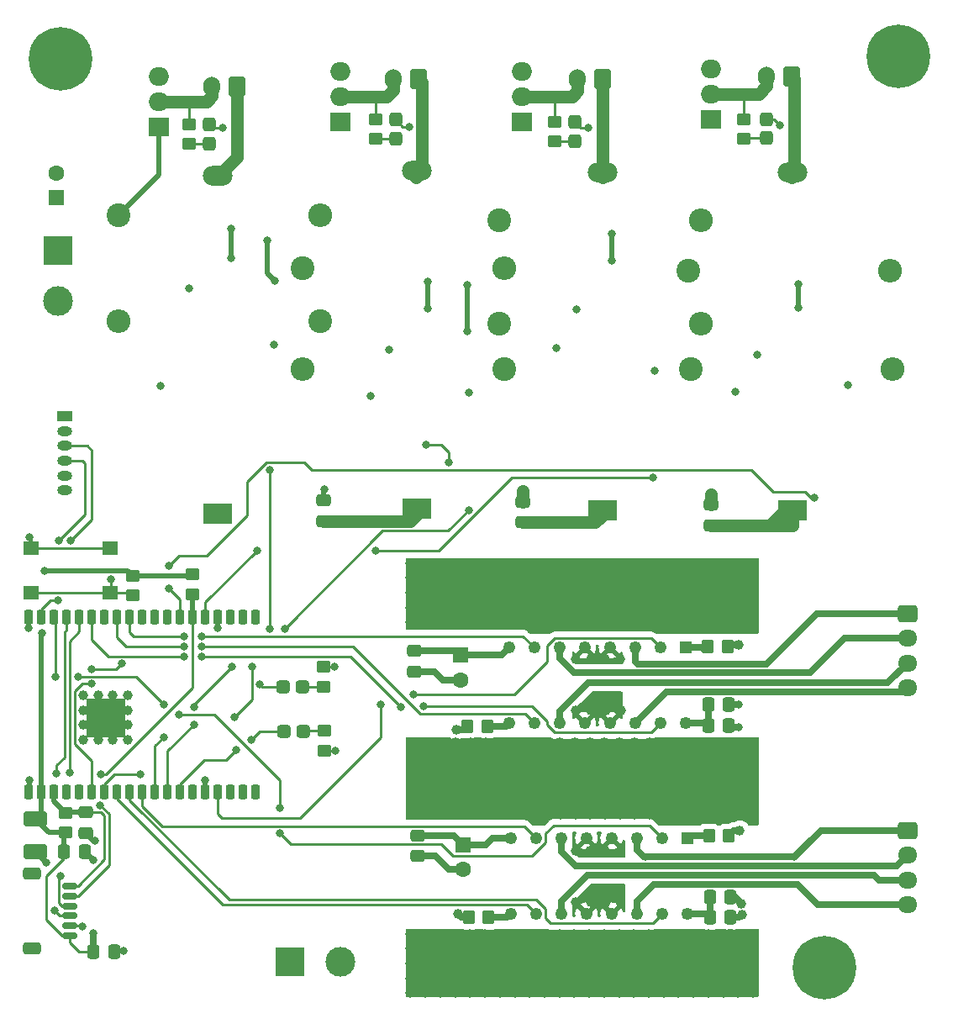
<source format=gbr>
%TF.GenerationSoftware,KiCad,Pcbnew,(6.0.2)*%
%TF.CreationDate,2022-05-13T11:42:35+02:00*%
%TF.ProjectId,shake-it-machine_pcb,7368616b-652d-4697-942d-6d616368696e,rev?*%
%TF.SameCoordinates,PXfad648a0PYf0f792d2*%
%TF.FileFunction,Copper,L1,Top*%
%TF.FilePolarity,Positive*%
%FSLAX46Y46*%
G04 Gerber Fmt 4.6, Leading zero omitted, Abs format (unit mm)*
G04 Created by KiCad (PCBNEW (6.0.2)) date 2022-05-13 11:42:35*
%MOMM*%
%LPD*%
G01*
G04 APERTURE LIST*
G04 Aperture macros list*
%AMRoundRect*
0 Rectangle with rounded corners*
0 $1 Rounding radius*
0 $2 $3 $4 $5 $6 $7 $8 $9 X,Y pos of 4 corners*
0 Add a 4 corners polygon primitive as box body*
4,1,4,$2,$3,$4,$5,$6,$7,$8,$9,$2,$3,0*
0 Add four circle primitives for the rounded corners*
1,1,$1+$1,$2,$3*
1,1,$1+$1,$4,$5*
1,1,$1+$1,$6,$7*
1,1,$1+$1,$8,$9*
0 Add four rect primitives between the rounded corners*
20,1,$1+$1,$2,$3,$4,$5,0*
20,1,$1+$1,$4,$5,$6,$7,0*
20,1,$1+$1,$6,$7,$8,$9,0*
20,1,$1+$1,$8,$9,$2,$3,0*%
G04 Aperture macros list end*
%TA.AperFunction,ComponentPad*%
%ADD10R,1.248000X1.248000*%
%TD*%
%TA.AperFunction,ComponentPad*%
%ADD11C,1.248000*%
%TD*%
%TA.AperFunction,ComponentPad*%
%ADD12RoundRect,0.250000X0.600000X0.750000X-0.600000X0.750000X-0.600000X-0.750000X0.600000X-0.750000X0*%
%TD*%
%TA.AperFunction,ComponentPad*%
%ADD13O,1.700000X2.000000*%
%TD*%
%TA.AperFunction,SMDPad,CuDef*%
%ADD14RoundRect,0.250000X-0.337500X-0.475000X0.337500X-0.475000X0.337500X0.475000X-0.337500X0.475000X0*%
%TD*%
%TA.AperFunction,SMDPad,CuDef*%
%ADD15RoundRect,0.249999X0.400001X-0.412501X0.400001X0.412501X-0.400001X0.412501X-0.400001X-0.412501X0*%
%TD*%
%TA.AperFunction,SMDPad,CuDef*%
%ADD16RoundRect,0.249999X0.450001X-0.350001X0.450001X0.350001X-0.450001X0.350001X-0.450001X-0.350001X0*%
%TD*%
%TA.AperFunction,ComponentPad*%
%ADD17R,3.000000X2.000000*%
%TD*%
%TA.AperFunction,ComponentPad*%
%ADD18O,3.000000X2.000000*%
%TD*%
%TA.AperFunction,ComponentPad*%
%ADD19R,2.000000X1.905000*%
%TD*%
%TA.AperFunction,ComponentPad*%
%ADD20O,2.000000X1.905000*%
%TD*%
%TA.AperFunction,ComponentPad*%
%ADD21R,1.600000X1.600000*%
%TD*%
%TA.AperFunction,ComponentPad*%
%ADD22C,1.600000*%
%TD*%
%TA.AperFunction,SMDPad,CuDef*%
%ADD23RoundRect,0.250000X-0.475000X0.337500X-0.475000X-0.337500X0.475000X-0.337500X0.475000X0.337500X0*%
%TD*%
%TA.AperFunction,SMDPad,CuDef*%
%ADD24RoundRect,0.250000X-0.925000X0.500000X-0.925000X-0.500000X0.925000X-0.500000X0.925000X0.500000X0*%
%TD*%
%TA.AperFunction,SMDPad,CuDef*%
%ADD25RoundRect,0.250000X0.475000X-0.337500X0.475000X0.337500X-0.475000X0.337500X-0.475000X-0.337500X0*%
%TD*%
%TA.AperFunction,ComponentPad*%
%ADD26RoundRect,0.250000X-0.725000X0.600000X-0.725000X-0.600000X0.725000X-0.600000X0.725000X0.600000X0*%
%TD*%
%TA.AperFunction,ComponentPad*%
%ADD27O,1.950000X1.700000*%
%TD*%
%TA.AperFunction,SMDPad,CuDef*%
%ADD28RoundRect,0.150000X-0.625000X0.150000X-0.625000X-0.150000X0.625000X-0.150000X0.625000X0.150000X0*%
%TD*%
%TA.AperFunction,SMDPad,CuDef*%
%ADD29RoundRect,0.249999X-0.650001X0.350001X-0.650001X-0.350001X0.650001X-0.350001X0.650001X0.350001X0*%
%TD*%
%TA.AperFunction,SMDPad,CuDef*%
%ADD30RoundRect,0.249600X-0.650400X0.350400X-0.650400X-0.350400X0.650400X-0.350400X0.650400X0.350400X0*%
%TD*%
%TA.AperFunction,SMDPad,CuDef*%
%ADD31RoundRect,0.249999X0.350001X0.450001X-0.350001X0.450001X-0.350001X-0.450001X0.350001X-0.450001X0*%
%TD*%
%TA.AperFunction,SMDPad,CuDef*%
%ADD32RoundRect,0.249999X-0.450001X0.350001X-0.450001X-0.350001X0.450001X-0.350001X0.450001X0.350001X0*%
%TD*%
%TA.AperFunction,SMDPad,CuDef*%
%ADD33RoundRect,0.249999X-0.350001X-0.450001X0.350001X-0.450001X0.350001X0.450001X-0.350001X0.450001X0*%
%TD*%
%TA.AperFunction,SMDPad,CuDef*%
%ADD34R,1.600000X1.400000*%
%TD*%
%TA.AperFunction,SMDPad,CuDef*%
%ADD35RoundRect,0.213900X0.251100X-0.511100X0.251100X0.511100X-0.251100X0.511100X-0.251100X-0.511100X0*%
%TD*%
%TA.AperFunction,SMDPad,CuDef*%
%ADD36R,4.000000X4.000000*%
%TD*%
%TA.AperFunction,SMDPad,CuDef*%
%ADD37RoundRect,0.249999X0.412501X0.400001X-0.412501X0.400001X-0.412501X-0.400001X0.412501X-0.400001X0*%
%TD*%
%TA.AperFunction,ComponentPad*%
%ADD38R,3.000000X3.000000*%
%TD*%
%TA.AperFunction,ComponentPad*%
%ADD39C,3.000000*%
%TD*%
%TA.AperFunction,ComponentPad*%
%ADD40R,1.500000X1.000000*%
%TD*%
%TA.AperFunction,ComponentPad*%
%ADD41O,1.500000X1.000000*%
%TD*%
%TA.AperFunction,ComponentPad*%
%ADD42C,0.800000*%
%TD*%
%TA.AperFunction,ComponentPad*%
%ADD43C,6.400000*%
%TD*%
%TA.AperFunction,ComponentPad*%
%ADD44C,2.400000*%
%TD*%
%TA.AperFunction,ComponentPad*%
%ADD45O,2.400000X2.400000*%
%TD*%
%TA.AperFunction,ViaPad*%
%ADD46C,1.000000*%
%TD*%
%TA.AperFunction,ViaPad*%
%ADD47C,0.800000*%
%TD*%
%TA.AperFunction,Conductor*%
%ADD48C,0.500000*%
%TD*%
%TA.AperFunction,Conductor*%
%ADD49C,0.700000*%
%TD*%
%TA.AperFunction,Conductor*%
%ADD50C,0.250000*%
%TD*%
%TA.AperFunction,Conductor*%
%ADD51C,1.250000*%
%TD*%
%TA.AperFunction,Conductor*%
%ADD52C,1.000000*%
%TD*%
G04 APERTURE END LIST*
D10*
%TO.P,U1,1,1\u002C2EN*%
%TO.N,Net-(R1-Pad2)*%
X67316000Y35952522D03*
D11*
%TO.P,U1,2,1A*%
%TO.N,STEPPER_1_A*%
X64776000Y35952522D03*
%TO.P,U1,3,1Y*%
%TO.N,STEPPER_1_A_OUT*%
X62236000Y35952522D03*
%TO.P,U1,4,GND*%
%TO.N,GND*%
X59696000Y35952522D03*
%TO.P,U1,5,GND*%
X57156000Y35952522D03*
%TO.P,U1,6,2Y*%
%TO.N,STEPPER_1_B_OUT*%
X54616000Y35952522D03*
%TO.P,U1,7,2A*%
%TO.N,STEPPER_1_B*%
X52076000Y35952522D03*
%TO.P,U1,8,VCC2*%
%TO.N,+5V*%
X49536000Y35952522D03*
%TO.P,U1,9,3\u002C4EN*%
%TO.N,Net-(R12-Pad2)*%
X49536000Y28332522D03*
%TO.P,U1,10,3A*%
%TO.N,STEPPER_1_C*%
X52076000Y28332522D03*
%TO.P,U1,11,3Y*%
%TO.N,STEPPER_1_C_OUT*%
X54616000Y28332522D03*
%TO.P,U1,12,GND*%
%TO.N,GND*%
X57156000Y28332522D03*
%TO.P,U1,13,GND*%
X59696000Y28332522D03*
%TO.P,U1,14,4Y*%
%TO.N,STEPPER_1_D_OUT*%
X62236000Y28332522D03*
%TO.P,U1,15,4A*%
%TO.N,STEPPER_1_D*%
X64776000Y28332522D03*
%TO.P,U1,16,VCC1*%
%TO.N,+5V*%
X67316000Y28332522D03*
%TD*%
D12*
%TO.P,J9,1,Pin_1*%
%TO.N,MOTOR_4+*%
X77984000Y93483522D03*
D13*
%TO.P,J9,2,Pin_2*%
%TO.N,MOTOR_4-*%
X75484000Y93483522D03*
%TD*%
D14*
%TO.P,C7,1*%
%TO.N,+5V*%
X69783700Y8774522D03*
%TO.P,C7,2*%
%TO.N,GND*%
X71858700Y8774522D03*
%TD*%
D15*
%TO.P,D11,1,K*%
%TO.N,Net-(D11-Pad1)*%
X75444000Y87240522D03*
%TO.P,D11,2,A*%
%TO.N,+12V*%
X75444000Y89165522D03*
%TD*%
%TO.P,D12,1,K*%
%TO.N,Net-(D12-Pad1)*%
X56140000Y86933022D03*
%TO.P,D12,2,A*%
%TO.N,+12V*%
X56140000Y88858022D03*
%TD*%
%TO.P,D13,1,K*%
%TO.N,Net-(D13-Pad1)*%
X38106000Y87187022D03*
%TO.P,D13,2,A*%
%TO.N,+12V*%
X38106000Y89112022D03*
%TD*%
%TO.P,D14,1,K*%
%TO.N,Net-(D14-Pad1)*%
X19310000Y86679022D03*
%TO.P,D14,2,A*%
%TO.N,+12V*%
X19310000Y88604022D03*
%TD*%
D16*
%TO.P,R38,1*%
%TO.N,Net-(D11-Pad1)*%
X73158000Y87149522D03*
%TO.P,R38,2*%
%TO.N,MOTOR_4-*%
X73158000Y89149522D03*
%TD*%
%TO.P,R39,1*%
%TO.N,Net-(D12-Pad1)*%
X54108000Y86895522D03*
%TO.P,R39,2*%
%TO.N,MOTOR_3-*%
X54108000Y88895522D03*
%TD*%
%TO.P,R40,1*%
%TO.N,Net-(D13-Pad1)*%
X36074000Y87149522D03*
%TO.P,R40,2*%
%TO.N,MOTOR_2-*%
X36074000Y89149522D03*
%TD*%
%TO.P,R41,1*%
%TO.N,Net-(D14-Pad1)*%
X17278000Y86641522D03*
%TO.P,R41,2*%
%TO.N,MOTOR_1-*%
X17278000Y88641522D03*
%TD*%
D17*
%TO.P,F1,1*%
%TO.N,+12V*%
X78111000Y49795522D03*
D18*
%TO.P,F1,2*%
%TO.N,MOTOR_4+*%
X78111000Y83813522D03*
%TD*%
D17*
%TO.P,F2,1*%
%TO.N,+12V*%
X58934000Y49795522D03*
D18*
%TO.P,F2,2*%
%TO.N,MOTOR_3+*%
X58934000Y83813522D03*
%TD*%
D17*
%TO.P,F3,1*%
%TO.N,+12V*%
X40265000Y49922522D03*
D18*
%TO.P,F3,2*%
%TO.N,MOTOR_2+*%
X40265000Y83940522D03*
%TD*%
D17*
%TO.P,F4,1*%
%TO.N,+12V*%
X20199000Y49414522D03*
D18*
%TO.P,F4,2*%
%TO.N,MOTOR_1+*%
X20199000Y83432522D03*
%TD*%
D19*
%TO.P,Q20,1,G*%
%TO.N,Net-(D9-Pad1)*%
X14230000Y88403522D03*
D20*
%TO.P,Q20,2,D*%
%TO.N,MOTOR_1-*%
X14230000Y90943522D03*
%TO.P,Q20,3,S*%
%TO.N,GND*%
X14230000Y93483522D03*
%TD*%
D12*
%TO.P,J8,1,Pin_1*%
%TO.N,MOTOR_3+*%
X58934000Y93229522D03*
D13*
%TO.P,J8,2,Pin_2*%
%TO.N,MOTOR_3-*%
X56434000Y93229522D03*
%TD*%
D16*
%TO.P,R4,1*%
%TO.N,Net-(D2-Pad1)*%
X30867000Y32006122D03*
%TO.P,R4,2*%
%TO.N,GND*%
X30867000Y34006122D03*
%TD*%
D14*
%TO.P,C1,1*%
%TO.N,+5V*%
X69605900Y28103922D03*
%TO.P,C1,2*%
%TO.N,GND*%
X71680900Y28103922D03*
%TD*%
D21*
%TO.P,C2,1*%
%TO.N,+5V*%
X44913200Y16064322D03*
D22*
%TO.P,C2,2*%
%TO.N,GND*%
X44913200Y13564322D03*
%TD*%
D23*
%TO.P,C3,1*%
%TO.N,+5V*%
X39985600Y35593022D03*
%TO.P,C3,2*%
%TO.N,GND*%
X39985600Y33518022D03*
%TD*%
D14*
%TO.P,C4,1*%
%TO.N,+5V*%
X69605900Y30212122D03*
%TO.P,C4,2*%
%TO.N,GND*%
X71680900Y30212122D03*
%TD*%
%TO.P,C5,1*%
%TO.N,+5V*%
X69783700Y10806522D03*
%TO.P,C5,2*%
%TO.N,GND*%
X71858700Y10806522D03*
%TD*%
D23*
%TO.P,C6,1*%
%TO.N,+5V*%
X40366600Y17025622D03*
%TO.P,C6,2*%
%TO.N,GND*%
X40366600Y14950622D03*
%TD*%
D21*
%TO.P,C8,1*%
%TO.N,+5V*%
X44633800Y35190522D03*
D22*
%TO.P,C8,2*%
%TO.N,GND*%
X44633800Y32690522D03*
%TD*%
D14*
%TO.P,C17,1*%
%TO.N,+3V3*%
X7655300Y5345522D03*
%TO.P,C17,2*%
%TO.N,GND*%
X9730300Y5345522D03*
%TD*%
D24*
%TO.P,C18,1*%
%TO.N,+3V3*%
X1784000Y18654522D03*
%TO.P,C18,2*%
%TO.N,GND*%
X1784000Y15404522D03*
%TD*%
D14*
%TO.P,C19,1*%
%TO.N,+3V3*%
X4708900Y15378522D03*
%TO.P,C19,2*%
%TO.N,GND*%
X6783900Y15378522D03*
%TD*%
D25*
%TO.P,C20,1*%
%TO.N,GND*%
X6864000Y17262022D03*
%TO.P,C20,2*%
%TO.N,ESP_EN*%
X6864000Y19337022D03*
%TD*%
D26*
%TO.P,J2,1,Pin_1*%
%TO.N,STEPPER_1_A_OUT*%
X89668000Y39381522D03*
D27*
%TO.P,J2,2,Pin_2*%
%TO.N,STEPPER_1_B_OUT*%
X89668000Y36881522D03*
%TO.P,J2,3,Pin_3*%
%TO.N,STEPPER_1_C_OUT*%
X89668000Y34381522D03*
%TO.P,J2,4,Pin_4*%
%TO.N,STEPPER_1_D_OUT*%
X89668000Y31881522D03*
%TD*%
D26*
%TO.P,J3,1,Pin_1*%
%TO.N,STEPPER_2_A_OUT*%
X89668000Y17537522D03*
D27*
%TO.P,J3,2,Pin_2*%
%TO.N,STEPPER_2_B_OUT*%
X89668000Y15037522D03*
%TO.P,J3,3,Pin_3*%
%TO.N,STEPPER_2_C_OUT*%
X89668000Y12537522D03*
%TO.P,J3,4,Pin_4*%
%TO.N,STEPPER_2_D_OUT*%
X89668000Y10037522D03*
%TD*%
D12*
%TO.P,J5,1,Pin_1*%
%TO.N,MOTOR_1+*%
X22104000Y92467522D03*
D13*
%TO.P,J5,2,Pin_2*%
%TO.N,MOTOR_1-*%
X19604000Y92467522D03*
%TD*%
D28*
%TO.P,J6,1,Pin_1*%
%TO.N,ESP_EN*%
X5308000Y11909522D03*
%TO.P,J6,2,Pin_2*%
%TO.N,ESP_BOOT*%
X5308000Y10909522D03*
%TO.P,J6,3,Pin_3*%
%TO.N,ESP_RX*%
X5308000Y9909522D03*
%TO.P,J6,4,Pin_4*%
%TO.N,ESP_TX*%
X5308000Y8909522D03*
%TO.P,J6,5,Pin_5*%
%TO.N,GND*%
X5308000Y7909522D03*
%TO.P,J6,6,Pin_6*%
%TO.N,+3V3*%
X5308000Y6909522D03*
D29*
%TO.P,J6,MP*%
%TO.N,N/C*%
X1433000Y5609522D03*
D30*
X1433000Y13209522D03*
%TD*%
D12*
%TO.P,J7,1,Pin_1*%
%TO.N,MOTOR_2+*%
X40392000Y93229522D03*
D13*
%TO.P,J7,2,Pin_2*%
%TO.N,MOTOR_2-*%
X37892000Y93229522D03*
%TD*%
D19*
%TO.P,Q9,1,G*%
%TO.N,Net-(D3-Pad1)*%
X69856000Y89165522D03*
D20*
%TO.P,Q9,2,D*%
%TO.N,MOTOR_4-*%
X69856000Y91705522D03*
%TO.P,Q9,3,S*%
%TO.N,GND*%
X69856000Y94245522D03*
%TD*%
D19*
%TO.P,Q10,1,G*%
%TO.N,Net-(D4-Pad1)*%
X50806000Y88911522D03*
D20*
%TO.P,Q10,2,D*%
%TO.N,MOTOR_3-*%
X50806000Y91451522D03*
%TO.P,Q10,3,S*%
%TO.N,GND*%
X50806000Y93991522D03*
%TD*%
D19*
%TO.P,Q19,1,G*%
%TO.N,Net-(D7-Pad1)*%
X32518000Y88911522D03*
D20*
%TO.P,Q19,2,D*%
%TO.N,MOTOR_2-*%
X32518000Y91451522D03*
%TO.P,Q19,3,S*%
%TO.N,GND*%
X32518000Y93991522D03*
%TD*%
D31*
%TO.P,R1,1*%
%TO.N,+5V*%
X71541800Y36028722D03*
%TO.P,R1,2*%
%TO.N,Net-(R1-Pad2)*%
X69541800Y36028722D03*
%TD*%
D32*
%TO.P,R2,1*%
%TO.N,+3V3*%
X11639200Y43175522D03*
%TO.P,R2,2*%
%TO.N,RESET_RESET-CONFIG*%
X11639200Y41175522D03*
%TD*%
D16*
%TO.P,R5,1*%
%TO.N,+3V3*%
X4832000Y17299522D03*
%TO.P,R5,2*%
%TO.N,ESP_EN*%
X4832000Y19299522D03*
%TD*%
D32*
%TO.P,R6,1*%
%TO.N,+3V3*%
X17659000Y43286522D03*
%TO.P,R6,2*%
%TO.N,ESP_BOOT*%
X17659000Y41286522D03*
%TD*%
D33*
%TO.P,R12,1*%
%TO.N,+5V*%
X45335600Y28027722D03*
%TO.P,R12,2*%
%TO.N,Net-(R12-Pad2)*%
X47335600Y28027722D03*
%TD*%
D31*
%TO.P,R24,1*%
%TO.N,+5V*%
X71694200Y17004122D03*
%TO.P,R24,2*%
%TO.N,Net-(R24-Pad2)*%
X69694200Y17004122D03*
%TD*%
D33*
%TO.P,R25,1*%
%TO.N,+5V*%
X45462600Y8749122D03*
%TO.P,R25,2*%
%TO.N,Net-(R25-Pad2)*%
X47462600Y8749122D03*
%TD*%
D10*
%TO.P,U2,1,1\u002C2EN*%
%TO.N,Net-(R24-Pad2)*%
X67493800Y16750122D03*
D11*
%TO.P,U2,2,1A*%
%TO.N,STEPPER_2_A*%
X64953800Y16750122D03*
%TO.P,U2,3,1Y*%
%TO.N,STEPPER_2_A_OUT*%
X62413800Y16750122D03*
%TO.P,U2,4,GND*%
%TO.N,GND*%
X59873800Y16750122D03*
%TO.P,U2,5,GND*%
X57333800Y16750122D03*
%TO.P,U2,6,2Y*%
%TO.N,STEPPER_2_B_OUT*%
X54793800Y16750122D03*
%TO.P,U2,7,2A*%
%TO.N,STEPPER_2_B*%
X52253800Y16750122D03*
%TO.P,U2,8,VCC2*%
%TO.N,+5V*%
X49713800Y16750122D03*
%TO.P,U2,9,3\u002C4EN*%
%TO.N,Net-(R25-Pad2)*%
X49713800Y9130122D03*
%TO.P,U2,10,3A*%
%TO.N,STEPPER_2_C*%
X52253800Y9130122D03*
%TO.P,U2,11,3Y*%
%TO.N,STEPPER_2_C_OUT*%
X54793800Y9130122D03*
%TO.P,U2,12,GND*%
%TO.N,GND*%
X57333800Y9130122D03*
%TO.P,U2,13,GND*%
X59873800Y9130122D03*
%TO.P,U2,14,4Y*%
%TO.N,STEPPER_2_D_OUT*%
X62413800Y9130122D03*
%TO.P,U2,15,4A*%
%TO.N,STEPPER_2_D*%
X64953800Y9130122D03*
%TO.P,U2,16,VCC1*%
%TO.N,+5V*%
X67493800Y9130122D03*
%TD*%
D34*
%TO.P,SW1,1,A*%
%TO.N,RESET_RESET-CONFIG*%
X9340000Y41449522D03*
%TO.P,SW1,2,A*%
X1340000Y41449522D03*
%TO.P,SW1,3,B*%
%TO.N,GND*%
X9340000Y45949522D03*
%TO.P,SW1,4,B*%
X1340000Y45949522D03*
%TD*%
D32*
%TO.P,R3,1*%
%TO.N,Net-(D1-Pad1)*%
X30917800Y27554522D03*
%TO.P,R3,2*%
%TO.N,GND*%
X30917800Y25554522D03*
%TD*%
D35*
%TO.P,A1,1,GND*%
%TO.N,GND*%
X1144000Y21427522D03*
%TO.P,A1,2,VIN*%
%TO.N,+3V3*%
X2414000Y21427522D03*
%TO.P,A1,3,EN*%
%TO.N,ESP_EN*%
X3684000Y21427522D03*
%TO.P,A1,4,SENSOR_VP(IO36)*%
%TO.N,unconnected-(A1-Pad4)*%
X4954000Y21427522D03*
%TO.P,A1,5,SENSOR_VN(IO39)*%
%TO.N,unconnected-(A1-Pad5)*%
X6224000Y21427522D03*
%TO.P,A1,6,IO34*%
%TO.N,RESET_RESET-CONFIG*%
X7494000Y21427522D03*
%TO.P,A1,7,IO35*%
%TO.N,TS_RX*%
X8764000Y21427522D03*
%TO.P,A1,8,IO32*%
%TO.N,STEPPER_2_C*%
X10034000Y21427522D03*
%TO.P,A1,9,IO33*%
%TO.N,STEPPER_2_D*%
X11304000Y21427522D03*
%TO.P,A1,10,IO25*%
%TO.N,STEPPER_2_B*%
X12574000Y21427522D03*
%TO.P,A1,11,IO26*%
%TO.N,MOTOR_2*%
X13844000Y21427522D03*
%TO.P,A1,12,IO27*%
%TO.N,MOTOR_1*%
X15114000Y21427522D03*
%TO.P,A1,13,IO14*%
%TO.N,STATUS_0*%
X16384000Y21427522D03*
%TO.P,A1,14,IO12*%
%TO.N,unconnected-(A1-Pad14)*%
X17654000Y21427522D03*
%TO.P,A1,15,GND*%
%TO.N,GND*%
X18924000Y21427522D03*
%TO.P,A1,16,IO13*%
%TO.N,STEPPER_1_A*%
X20194000Y21427522D03*
%TO.P,A1,17,SHD/SD2*%
%TO.N,unconnected-(A1-Pad17)*%
X21464000Y21427522D03*
%TO.P,A1,18,SWP/SD3*%
%TO.N,unconnected-(A1-Pad18)*%
X22734000Y21427522D03*
%TO.P,A1,19,SCS/CMD*%
%TO.N,unconnected-(A1-Pad19)*%
X24004000Y21427522D03*
%TO.P,A1,20,SCK/CLK*%
%TO.N,unconnected-(A1-Pad20)*%
X24004000Y39047522D03*
%TO.P,A1,21,SDO/SD0*%
%TO.N,unconnected-(A1-Pad21)*%
X22734000Y39047522D03*
%TO.P,A1,22,SDI/SD1*%
%TO.N,unconnected-(A1-Pad22)*%
X21464000Y39047522D03*
%TO.P,A1,23,IO15*%
%TO.N,STATUS_1*%
X20194000Y39047522D03*
%TO.P,A1,24,IO2*%
%TO.N,MOTOR_3*%
X18924000Y39047522D03*
%TO.P,A1,25,IO0*%
%TO.N,ESP_BOOT*%
X17654000Y39047522D03*
%TO.P,A1,26,IO4*%
%TO.N,MOTOR_4*%
X16384000Y39047522D03*
%TO.P,A1,27*%
%TO.N,N/C*%
X15114000Y39047522D03*
%TO.P,A1,28*%
X13844000Y39047522D03*
%TO.P,A1,29,IO5*%
%TO.N,unconnected-(A1-Pad29)*%
X12574000Y39047522D03*
%TO.P,A1,30,IO18*%
%TO.N,STEPPER_1_B*%
X11304000Y39047522D03*
%TO.P,A1,31,IO19*%
%TO.N,STEPPER_1_C*%
X10034000Y39047522D03*
%TO.P,A1,32*%
%TO.N,N/C*%
X8764000Y39047522D03*
%TO.P,A1,33,IO21*%
%TO.N,STEPPER_1_D*%
X7494000Y39047522D03*
%TO.P,A1,34,RXD0*%
%TO.N,ESP_RX*%
X6224000Y39047522D03*
%TO.P,A1,35,TXD0*%
%TO.N,ESP_TX*%
X4954000Y39047522D03*
%TO.P,A1,36,IO22*%
%TO.N,STEPPER_2_A*%
X3684000Y39047522D03*
%TO.P,A1,37,IO23*%
%TO.N,TS_TX*%
X2414000Y39047522D03*
%TO.P,A1,38,GND*%
%TO.N,GND*%
X1144000Y39047522D03*
D36*
%TO.P,A1,39,EXP*%
X8934000Y28857522D03*
%TD*%
D37*
%TO.P,D1,1,K*%
%TO.N,Net-(D1-Pad1)*%
X28781500Y27494322D03*
%TO.P,D1,2,A*%
%TO.N,STATUS_0*%
X26856500Y27494322D03*
%TD*%
%TO.P,D2,1,K*%
%TO.N,Net-(D2-Pad1)*%
X28705300Y32015522D03*
%TO.P,D2,2,A*%
%TO.N,STATUS_1*%
X26780300Y32015522D03*
%TD*%
D38*
%TO.P,J1,1,Pin_1*%
%TO.N,+12V*%
X4095400Y75932122D03*
D39*
%TO.P,J1,2,Pin_2*%
%TO.N,GND*%
X4095400Y70852122D03*
%TD*%
D25*
%TO.P,C12,1*%
%TO.N,+12V*%
X30867000Y48681822D03*
%TO.P,C12,2*%
%TO.N,GND*%
X30867000Y50756822D03*
%TD*%
D21*
%TO.P,C16,1*%
%TO.N,+12V*%
X3943000Y81215322D03*
D22*
%TO.P,C16,2*%
%TO.N,GND*%
X3943000Y83715322D03*
%TD*%
D25*
%TO.P,C13,1*%
%TO.N,+12V*%
X50882200Y48554822D03*
%TO.P,C13,2*%
%TO.N,GND*%
X50882200Y50629822D03*
%TD*%
%TO.P,C11,1*%
%TO.N,+12V*%
X69856000Y48250022D03*
%TO.P,C11,2*%
%TO.N,GND*%
X69856000Y50325022D03*
%TD*%
D40*
%TO.P,J10,1,Pin_1*%
%TO.N,+5V*%
X4781200Y59251322D03*
D41*
%TO.P,J10,2,Pin_2*%
X4781200Y57751322D03*
%TO.P,J10,3,Pin_3*%
%TO.N,TS_RX*%
X4781200Y56251322D03*
%TO.P,J10,4,Pin_4*%
%TO.N,TS_TX*%
X4781200Y54751322D03*
%TO.P,J10,5,Pin_5*%
%TO.N,GND*%
X4781200Y53251322D03*
%TO.P,J10,6,Pin_6*%
X4781200Y51751322D03*
%TD*%
D38*
%TO.P,J4,1,Pin_1*%
%TO.N,+5V*%
X27438000Y4329522D03*
D39*
%TO.P,J4,2,Pin_2*%
%TO.N,GND*%
X32518000Y4329522D03*
%TD*%
D42*
%TO.P,H2,1,1*%
%TO.N,GND*%
X86379000Y95504000D03*
D43*
X88779000Y95504000D03*
D42*
X90476056Y93806944D03*
X87081944Y97201056D03*
X88779000Y93104000D03*
X87081944Y93806944D03*
X88779000Y97904000D03*
X90476056Y97201056D03*
X91179000Y95504000D03*
%TD*%
%TO.P,H3,1,1*%
%TO.N,GND*%
X6021056Y96947056D03*
X2626944Y93552944D03*
X4324000Y97650000D03*
X1924000Y95250000D03*
D43*
X4324000Y95250000D03*
D42*
X2626944Y96947056D03*
X4324000Y92850000D03*
X6724000Y95250000D03*
X6021056Y93552944D03*
%TD*%
%TO.P,H4,1,1*%
%TO.N,GND*%
X81286000Y1283000D03*
X81286000Y6083000D03*
X82983056Y5380056D03*
X79588944Y5380056D03*
X82983056Y1985944D03*
X78886000Y3683000D03*
X79588944Y1985944D03*
D43*
X81286000Y3683000D03*
D42*
X83686000Y3683000D03*
%TD*%
D44*
%TO.P,R18,1*%
%TO.N,Net-(Q5-Pad1)*%
X67824000Y64019522D03*
D45*
%TO.P,R18,2*%
%TO.N,Net-(R16-Pad1)*%
X88144000Y64019522D03*
%TD*%
D44*
%TO.P,R20,1*%
%TO.N,Net-(D3-Pad1)*%
X67570000Y73925522D03*
D45*
%TO.P,R20,2*%
%TO.N,Net-(Q5-Pad2)*%
X87890000Y73925522D03*
%TD*%
D44*
%TO.P,R34,1*%
%TO.N,Net-(Q15-Pad1)*%
X49028000Y64019522D03*
D45*
%TO.P,R34,2*%
%TO.N,Net-(R32-Pad1)*%
X28708000Y64019522D03*
%TD*%
D44*
%TO.P,R36,1*%
%TO.N,Net-(D7-Pad1)*%
X28708000Y74179522D03*
D45*
%TO.P,R36,2*%
%TO.N,Net-(Q15-Pad2)*%
X49028000Y74179522D03*
%TD*%
D44*
%TO.P,R37,1*%
%TO.N,Net-(D9-Pad1)*%
X10166000Y79513522D03*
D45*
%TO.P,R37,2*%
%TO.N,Net-(Q17-Pad2)*%
X30486000Y79513522D03*
%TD*%
D44*
%TO.P,R35,1*%
%TO.N,Net-(Q17-Pad1)*%
X30486000Y68845522D03*
D45*
%TO.P,R35,2*%
%TO.N,Net-(R33-Pad1)*%
X10166000Y68845522D03*
%TD*%
D44*
%TO.P,R21,1*%
%TO.N,Net-(D4-Pad1)*%
X48520000Y79005522D03*
D45*
%TO.P,R21,2*%
%TO.N,Net-(Q7-Pad2)*%
X68840000Y79005522D03*
%TD*%
D44*
%TO.P,R19,1*%
%TO.N,Net-(Q7-Pad1)*%
X48520000Y68591522D03*
D45*
%TO.P,R19,2*%
%TO.N,Net-(R17-Pad1)*%
X68840000Y68591522D03*
%TD*%
D46*
%TO.N,GND*%
X8110000Y31126522D03*
X9610000Y31126522D03*
X11110000Y31126522D03*
X6610000Y29626522D03*
X8110000Y29626522D03*
X9610000Y29626522D03*
X11110000Y29626522D03*
X6610000Y28126522D03*
X8110000Y28126522D03*
X9610000Y28126522D03*
X11110000Y28126522D03*
X6610000Y26626522D03*
X8110000Y26626522D03*
X9610000Y26626522D03*
X11110000Y26626522D03*
X41104600Y44461522D03*
X42604600Y44461522D03*
X44104600Y44461522D03*
X45604600Y44461522D03*
X47104600Y44461522D03*
X48604600Y44461522D03*
X50104600Y44461522D03*
X51604600Y44461522D03*
X53104600Y44461522D03*
X54604600Y44461522D03*
X56104600Y44461522D03*
X57604600Y44461522D03*
X59104600Y44461522D03*
X60604600Y44461522D03*
X62104600Y44461522D03*
X63604600Y44461522D03*
X65104600Y44461522D03*
X66604600Y44461522D03*
X68104600Y44461522D03*
X69604600Y44461522D03*
X71104600Y44461522D03*
X72604600Y44461522D03*
X74104600Y44461522D03*
X39604600Y42961522D03*
X41104600Y42961522D03*
X42604600Y42961522D03*
X44104600Y42961522D03*
X45604600Y42961522D03*
X47104600Y42961522D03*
X48604600Y42961522D03*
X50104600Y42961522D03*
X51604600Y42961522D03*
X53104600Y42961522D03*
X54604600Y42961522D03*
X56104600Y42961522D03*
X57604600Y42961522D03*
X59104600Y42961522D03*
X60604600Y42961522D03*
X62104600Y42961522D03*
X63604600Y42961522D03*
X65104600Y42961522D03*
X66604600Y42961522D03*
X68104600Y42961522D03*
X69604600Y42961522D03*
X71104600Y42961522D03*
X72604600Y42961522D03*
X74104600Y42961522D03*
X39604600Y41461522D03*
X41104600Y41461522D03*
X42604600Y41461522D03*
X44104600Y41461522D03*
X45604600Y41461522D03*
X47104600Y41461522D03*
X48604600Y41461522D03*
X50104600Y41461522D03*
X51604600Y41461522D03*
X53104600Y41461522D03*
X54604600Y41461522D03*
X56104600Y41461522D03*
X57604600Y41461522D03*
X59104600Y41461522D03*
X60604600Y41461522D03*
X62104600Y41461522D03*
X63604600Y41461522D03*
X65104600Y41461522D03*
X66604600Y41461522D03*
X68104600Y41461522D03*
X69604600Y41461522D03*
X71104600Y41461522D03*
X72604600Y41461522D03*
X74104600Y41461522D03*
X39604600Y39961522D03*
X41104600Y39961522D03*
X42604600Y39961522D03*
X44104600Y39961522D03*
X45604600Y39961522D03*
X47104600Y39961522D03*
X48604600Y39961522D03*
X50104600Y39961522D03*
X51604600Y39961522D03*
X53104600Y39961522D03*
X54604600Y39961522D03*
X56104600Y39961522D03*
X57604600Y39961522D03*
X59104600Y39961522D03*
X60604600Y39961522D03*
X62104600Y39961522D03*
X63604600Y39961522D03*
X65104600Y39961522D03*
X66604600Y39961522D03*
X68104600Y39961522D03*
X69604600Y39961522D03*
X71104600Y39961522D03*
X72604600Y39961522D03*
X74104600Y39961522D03*
X39604600Y38461522D03*
X41104600Y38461522D03*
X42604600Y38461522D03*
X44104600Y38461522D03*
X45604600Y38461522D03*
X47104600Y38461522D03*
X48604600Y38461522D03*
X50104600Y38461522D03*
X51604600Y38461522D03*
X53104600Y38461522D03*
X54604600Y38461522D03*
X56104600Y38461522D03*
X57604600Y38461522D03*
X59104600Y38461522D03*
X60604600Y38461522D03*
X62104600Y38461522D03*
X63604600Y38461522D03*
X65104600Y38461522D03*
X66604600Y38461522D03*
X68104600Y38461522D03*
X69604600Y38461522D03*
X71104600Y38461522D03*
X72604600Y38461522D03*
X74104600Y38461522D03*
X74155400Y23427522D03*
X39655400Y21927522D03*
X41155400Y21927522D03*
X48655400Y21927522D03*
X53155400Y21927522D03*
X54655400Y21927522D03*
X56155400Y21927522D03*
X72655400Y23427522D03*
X44155400Y21927522D03*
X47155400Y21927522D03*
X51655400Y21927522D03*
X57655400Y21927522D03*
X42655400Y21927522D03*
X50155400Y21927522D03*
X59155400Y21927522D03*
X71155400Y23427522D03*
X45655400Y21927522D03*
X45655400Y26427522D03*
X66655400Y26427522D03*
X44155400Y26427522D03*
X44155400Y24927522D03*
X47155400Y24927522D03*
X69655400Y26427522D03*
X50155400Y26427522D03*
X53155400Y24927522D03*
X56155400Y24927522D03*
X74155400Y26427522D03*
X51655400Y26427522D03*
X62155400Y24927522D03*
X65155400Y26427522D03*
X65155400Y24927522D03*
X66655400Y24927522D03*
X68155400Y24927522D03*
X69655400Y24927522D03*
X72655400Y24927522D03*
X57655400Y26427522D03*
X74155400Y24927522D03*
X41155400Y23427522D03*
X42655400Y23427522D03*
X47155400Y23427522D03*
X68155400Y26427522D03*
X51655400Y24927522D03*
X45655400Y24927522D03*
X44155400Y23427522D03*
X50155400Y23427522D03*
X54655400Y24927522D03*
X48655400Y23427522D03*
X48655400Y26427522D03*
X45655400Y23427522D03*
X57655400Y24927522D03*
X71155400Y26427522D03*
X60655400Y26427522D03*
X71155400Y24927522D03*
X39655400Y23427522D03*
X51655400Y23427522D03*
X42655400Y24927522D03*
X41155400Y26427522D03*
X62155400Y26427522D03*
X72655400Y26427522D03*
X39655400Y24927522D03*
X48655400Y24927522D03*
X59155400Y26427522D03*
X42655400Y26427522D03*
X41155400Y24927522D03*
X56155400Y26427522D03*
X54655400Y26427522D03*
X50155400Y24927522D03*
X60655400Y24927522D03*
X47155400Y26427522D03*
X53155400Y26427522D03*
X59155400Y24927522D03*
X63655400Y24927522D03*
X63655400Y26427522D03*
X53155400Y23427522D03*
X57655400Y23427522D03*
X56155400Y23427522D03*
X63655400Y23427522D03*
X69655400Y23427522D03*
X68155400Y23427522D03*
X60655400Y23427522D03*
X54655400Y23427522D03*
X65155400Y23427522D03*
X66655400Y23427522D03*
X62155400Y23427522D03*
X59155400Y23427522D03*
X39655400Y26427522D03*
X57655400Y20427522D03*
X65155400Y20427522D03*
X66655400Y20427522D03*
X54655400Y20427522D03*
X65155400Y21927522D03*
X62155400Y20427522D03*
X44155400Y20427522D03*
X51655400Y20427522D03*
X53155400Y20427522D03*
X66655400Y21927522D03*
X71155400Y21927522D03*
X63655400Y21927522D03*
X60655400Y20427522D03*
X63655400Y20427522D03*
X68155400Y20427522D03*
X62155400Y21927522D03*
X39655400Y20427522D03*
X59155400Y20427522D03*
X74155400Y21927522D03*
X41155400Y20427522D03*
X45655400Y20427522D03*
X48655400Y20427522D03*
X71155400Y20427522D03*
X72655400Y20427522D03*
X56155400Y20427522D03*
X47155400Y20427522D03*
X74155400Y20427522D03*
X72655400Y21927522D03*
X42655400Y20427522D03*
X69655400Y20427522D03*
X50155400Y20427522D03*
X69655400Y21927522D03*
X60655400Y21927522D03*
X68155400Y21927522D03*
X60706200Y19081322D03*
X59206200Y19081322D03*
X41206200Y19081322D03*
X39706200Y19081322D03*
X57706200Y19081322D03*
X62206200Y19081322D03*
X63706200Y19081322D03*
X51706200Y19081322D03*
X44206200Y19081322D03*
X53206200Y19081322D03*
X68206200Y19081322D03*
X66706200Y19081322D03*
X54706200Y19081322D03*
X65206200Y19081322D03*
X45706200Y19081322D03*
X47206200Y19081322D03*
X48706200Y19081322D03*
X74206200Y19081322D03*
X71206200Y19081322D03*
X69706200Y19081322D03*
X50206200Y19081322D03*
X72706200Y19081322D03*
X56206200Y19081322D03*
X42706200Y19081322D03*
X57731600Y34803922D03*
X60731600Y34803922D03*
X59231600Y34803922D03*
X56231600Y34803922D03*
X57757000Y10292922D03*
X56257000Y10292922D03*
X59257000Y10292922D03*
X60706200Y15499922D03*
X59206200Y15499922D03*
X57706200Y15499922D03*
X60757000Y10292922D03*
X56206200Y15499922D03*
D47*
X6533800Y7885522D03*
D46*
X74104600Y2623522D03*
X71104600Y7123522D03*
X60604600Y1123522D03*
X62104600Y5623522D03*
D47*
X1250600Y47077722D03*
D46*
X47104600Y5623522D03*
X51604600Y4123522D03*
X59282400Y29596922D03*
X41104600Y5623522D03*
D47*
X1123600Y37908322D03*
D46*
X72604600Y7123522D03*
X41104600Y1123522D03*
X59104600Y1123522D03*
X57782400Y29596922D03*
X65104600Y5623522D03*
D47*
X7829200Y16521522D03*
D46*
X45604600Y4123522D03*
X54604600Y5623522D03*
X62104600Y7123522D03*
X53104600Y5623522D03*
X62104600Y2623522D03*
X63604600Y1123522D03*
X56282400Y29596922D03*
X50104600Y2623522D03*
X48604600Y7123522D03*
D47*
X72650000Y27951522D03*
D46*
X53104600Y2623522D03*
X45604600Y2623522D03*
X71104600Y4123522D03*
X65104600Y7123522D03*
X59104600Y7123522D03*
D47*
X41331800Y72757122D03*
D46*
X68104600Y4123522D03*
X42604600Y1123522D03*
X47104600Y2623522D03*
X60782400Y29596922D03*
D47*
X31959200Y34047522D03*
D46*
X39604600Y4123522D03*
X62104600Y4123522D03*
X72604600Y4123522D03*
D47*
X10724800Y5396322D03*
D46*
X56104600Y5623522D03*
X56104600Y4123522D03*
X54604600Y4123522D03*
X50104600Y7123522D03*
X50104600Y5623522D03*
D47*
X78669800Y72503122D03*
D46*
X69604600Y1123522D03*
X47104600Y7123522D03*
D47*
X41331800Y70115522D03*
D46*
X56104600Y7123522D03*
X65104600Y4123522D03*
X57604600Y2623522D03*
X39604600Y5623522D03*
X51604600Y1123522D03*
X57604600Y7123522D03*
X53104600Y1123522D03*
D47*
X18903600Y22566722D03*
D46*
X50104600Y4123522D03*
X44104600Y2623522D03*
X66604600Y1123522D03*
X48604600Y1123522D03*
X60604600Y2623522D03*
X63604600Y4123522D03*
D47*
X21545200Y78091122D03*
D46*
X51604600Y2623522D03*
X57604600Y5623522D03*
X57604600Y1123522D03*
X50104600Y1123522D03*
X54604600Y1123522D03*
X60604600Y5623522D03*
X72980200Y9053922D03*
D47*
X21545200Y75195522D03*
X7626000Y14514922D03*
X30892400Y51852922D03*
D46*
X68104600Y2623522D03*
X71104600Y1123522D03*
X68104600Y1123522D03*
X66604600Y4123522D03*
D47*
X78669800Y70140922D03*
D46*
X54604600Y2623522D03*
X48604600Y5623522D03*
X65104600Y1123522D03*
X48604600Y4123522D03*
X42604600Y5623522D03*
X44104600Y7123522D03*
X44104600Y4123522D03*
X45604600Y1123522D03*
X47104600Y4123522D03*
X47104600Y1123522D03*
D47*
X72650000Y30237522D03*
X2927000Y14286322D03*
D46*
X69604600Y7123522D03*
X39604600Y1123522D03*
X69604600Y2623522D03*
D47*
X69856000Y51395722D03*
D46*
X42604600Y4123522D03*
X41104600Y2623522D03*
X45604600Y7123522D03*
X71104600Y2623522D03*
X59104600Y5623522D03*
X56104600Y2623522D03*
X63604600Y2623522D03*
X69604600Y5623522D03*
X72954800Y10171522D03*
X44104600Y5623522D03*
X54604600Y7123522D03*
X72604600Y1123522D03*
X41104600Y7123522D03*
X42604600Y2623522D03*
X41104600Y4123522D03*
X63604600Y7123522D03*
X74104600Y4123522D03*
X44104600Y1123522D03*
X72604600Y5623522D03*
D47*
X1174400Y22566722D03*
D46*
X39604600Y44461522D03*
X66604600Y7123522D03*
X71104600Y5623522D03*
X56104600Y1123522D03*
X60604600Y7123522D03*
X69604600Y4123522D03*
D47*
X50882200Y51725922D03*
D46*
X66604600Y5623522D03*
X62104600Y1123522D03*
X53104600Y4123522D03*
X65104600Y2623522D03*
X39604600Y2623522D03*
X74104600Y7123522D03*
X57604600Y4123522D03*
X48604600Y2623522D03*
D47*
X32035400Y25563922D03*
D46*
X59104600Y4123522D03*
D47*
X59899200Y77633922D03*
D46*
X74104600Y5623522D03*
X60604600Y4123522D03*
X42604600Y7123522D03*
X74104600Y1123522D03*
X59104600Y2623522D03*
X45604600Y5623522D03*
X68104600Y7123522D03*
X53104600Y7123522D03*
X51604600Y5623522D03*
X39604600Y7123522D03*
X51604600Y7123522D03*
X6610000Y31126522D03*
X72604600Y2623522D03*
X68104600Y5623522D03*
X63604600Y5623522D03*
X66604600Y2623522D03*
D47*
X59899200Y74916122D03*
%TO.N,RESET_RESET-CONFIG*%
X10547000Y34338522D03*
X9404000Y42810522D03*
X7499000Y32306522D03*
X7499000Y33756522D03*
%TO.N,STEPPER_2_A*%
X16262000Y29221522D03*
X14738000Y30237522D03*
X26422000Y19823522D03*
X6102000Y33031522D03*
X26422000Y17213132D03*
X3816000Y33031522D03*
%TO.N,ESP_TX*%
X3739800Y9434922D03*
X3943000Y23277922D03*
%TO.N,ESP_RX*%
X4374800Y12914722D03*
X5238400Y23303322D03*
%TO.N,STEPPER_1_D*%
X16770000Y35063522D03*
X18548000Y35063522D03*
X40904653Y30006523D03*
X38614000Y29983522D03*
%TO.N,STEPPER_1_C*%
X18548000Y36079522D03*
X16770000Y36079522D03*
%TO.N,STEPPER_1_B*%
X18548000Y37095522D03*
X16770000Y37095522D03*
%TO.N,STATUS_1*%
X24390000Y32269522D03*
X20148200Y37882922D03*
%TO.N,ESP_BOOT*%
X8388000Y23176322D03*
X8337200Y20062022D03*
%TO.N,STATUS_0*%
X22078600Y25614722D03*
X23577200Y26656122D03*
%TO.N,MOTOR_4*%
X80270000Y51065522D03*
X15246000Y44207522D03*
X15246000Y41921522D03*
%TO.N,STEPPER_1_A*%
X39884000Y31253522D03*
X36582000Y30237522D03*
%TO.N,MOTOR_3*%
X24136000Y45731522D03*
X64014000Y53097522D03*
X36074000Y45731522D03*
%TO.N,MOTOR_1*%
X17786000Y28205522D03*
X25406000Y37857522D03*
X21596000Y34047522D03*
X17786000Y29983522D03*
X25406000Y53859522D03*
%TO.N,MOTOR_2*%
X14738000Y26935522D03*
X45472000Y49795522D03*
X21850000Y28967522D03*
X23628000Y34047522D03*
X26930000Y37857522D03*
%TO.N,+3V3*%
X7676800Y7174322D03*
X2723800Y43699522D03*
X2444400Y37400322D03*
%TO.N,+5V*%
X56343200Y69988522D03*
X35591400Y61250922D03*
X25837800Y66432522D03*
D46*
X72777000Y17512122D03*
D47*
X17278000Y72147522D03*
X72370600Y61708122D03*
X64242600Y63841722D03*
X74504200Y65441922D03*
X14382400Y62292322D03*
X83648200Y62393922D03*
D46*
X44202000Y27672122D03*
X72650000Y36231922D03*
D47*
X54336600Y66127722D03*
X37445600Y65949922D03*
D46*
X44354400Y9130122D03*
D47*
X45522800Y61606522D03*
%TO.N,+12V*%
X39503000Y88403522D03*
X76841000Y88530522D03*
X57537000Y88276522D03*
X20707000Y88276522D03*
%TO.N,Net-(Q15-Pad1)*%
X45294200Y72477722D03*
X45319600Y67804122D03*
%TO.N,Net-(Q17-Pad1)*%
X25202800Y76973522D03*
X25964800Y72858722D03*
%TO.N,TS_TX*%
X4146200Y46674522D03*
X4095400Y40724522D03*
%TO.N,TS_RX*%
X5340000Y46696722D03*
X12426600Y23176322D03*
%TO.N,unconnected-(Q11-Pad2)*%
X41154000Y56399522D03*
X43440000Y54621522D03*
%TD*%
D48*
%TO.N,GND*%
X1174400Y22566722D02*
X1174400Y21457922D01*
D49*
X42089900Y14950622D02*
X43476200Y13564322D01*
D48*
X1144000Y37928722D02*
X1123600Y37908322D01*
D49*
X71833300Y27951522D02*
X71680900Y28103922D01*
D48*
X30867000Y51827522D02*
X30892400Y51852922D01*
X18903600Y22566722D02*
X18903600Y21447922D01*
D50*
X1340000Y46988322D02*
X1250600Y47077722D01*
D49*
X72700800Y8774522D02*
X72980200Y9053922D01*
D48*
X7604500Y16521522D02*
X6864000Y17262022D01*
D49*
X72319800Y10806522D02*
X72954800Y10171522D01*
D48*
X78669800Y70140922D02*
X78669800Y72503122D01*
D49*
X42039100Y33518022D02*
X42866600Y32690522D01*
X43476200Y13564322D02*
X44913200Y13564322D01*
D50*
X9730300Y5345522D02*
X10674000Y5345522D01*
D49*
X40366600Y14950622D02*
X42089900Y14950622D01*
D50*
X6509800Y7909522D02*
X6533800Y7885522D01*
D48*
X7626000Y14514922D02*
X7626000Y14536422D01*
X1174400Y21457922D02*
X1144000Y21427522D01*
X2902200Y14286322D02*
X1784000Y15404522D01*
D50*
X10674000Y5345522D02*
X10724800Y5396322D01*
D49*
X72650000Y30237522D02*
X71706300Y30237522D01*
X72650000Y27951522D02*
X71833300Y27951522D01*
X42866600Y32690522D02*
X44633800Y32690522D01*
X39985600Y33518022D02*
X42039100Y33518022D01*
D48*
X21545200Y75195522D02*
X21545200Y78091122D01*
D51*
X50882200Y50629822D02*
X50882200Y51725922D01*
D50*
X5308000Y7909522D02*
X6509800Y7909522D01*
D48*
X59899200Y74916122D02*
X59899200Y77633922D01*
D50*
X30917800Y25554522D02*
X32026000Y25554522D01*
X31917800Y34006122D02*
X31959200Y34047522D01*
D48*
X2927000Y14286322D02*
X2902200Y14286322D01*
X1144000Y39047522D02*
X1144000Y37928722D01*
X30867000Y50756822D02*
X30867000Y51827522D01*
X41331800Y70115522D02*
X41331800Y72757122D01*
X7829200Y16521522D02*
X7604500Y16521522D01*
D50*
X32026000Y25554522D02*
X32035400Y25563922D01*
D49*
X71706300Y30237522D02*
X71680900Y30212122D01*
D50*
X30867000Y34006122D02*
X31917800Y34006122D01*
D49*
X71858700Y8774522D02*
X72700800Y8774522D01*
D51*
X69856000Y50325022D02*
X69856000Y51395722D01*
D50*
X1340000Y45949522D02*
X1340000Y46988322D01*
X1340000Y45949522D02*
X9340000Y45949522D01*
D48*
X7626000Y14536422D02*
X6783900Y15378522D01*
X18903600Y21447922D02*
X18924000Y21427522D01*
D49*
X71858700Y10806522D02*
X72319800Y10806522D01*
D50*
%TO.N,RESET_RESET-CONFIG*%
X9404000Y41513522D02*
X9340000Y41449522D01*
X6568998Y32306522D02*
X7499000Y32306522D01*
X7494000Y24521520D02*
X5784999Y26230521D01*
X1340000Y41449522D02*
X9340000Y41449522D01*
X9340000Y41449522D02*
X11365200Y41449522D01*
X11365200Y41449522D02*
X11639200Y41175522D01*
X5784999Y31522523D02*
X6568998Y32306522D01*
X5784999Y26230521D02*
X5784999Y31522523D01*
X9404000Y42810522D02*
X9404000Y41513522D01*
X7494000Y21427522D02*
X7494000Y24521520D01*
X7499000Y33756522D02*
X9965000Y33756522D01*
X9965000Y33756522D02*
X10547000Y34338522D01*
%TO.N,STEPPER_2_A*%
X26422000Y22617522D02*
X19818000Y29221522D01*
X43853199Y14939321D02*
X42679408Y16113112D01*
X26422000Y20533856D02*
X26422000Y22617522D01*
X26422000Y19823522D02*
X26422000Y20533856D01*
X27522020Y16113112D02*
X26422000Y17213132D01*
X14738000Y30237522D02*
X11944000Y33031522D01*
X42679408Y16113112D02*
X27522020Y16113112D01*
X54026290Y18029132D02*
X53202801Y17205643D01*
X53202801Y17205643D02*
X53202801Y16294601D01*
X63674790Y18029132D02*
X54026290Y18029132D01*
X11944000Y33031522D02*
X6102000Y33031522D01*
X3816000Y38915522D02*
X3684000Y39047522D01*
X3816000Y33031522D02*
X3816000Y38915522D01*
X51847521Y14939321D02*
X43853199Y14939321D01*
X19818000Y29221522D02*
X16262000Y29221522D01*
X53202801Y16294601D02*
X51847521Y14939321D01*
X64953800Y16750122D02*
X63674790Y18029132D01*
%TO.N,ESP_TX*%
X4755800Y24878122D02*
X4755800Y26046522D01*
X5308000Y8909522D02*
X4265200Y8909522D01*
X4954000Y37700122D02*
X4954000Y39047522D01*
X4730400Y37476522D02*
X4954000Y37700122D01*
X3943000Y24065322D02*
X4755800Y24878122D01*
X3943000Y23277922D02*
X3943000Y24065322D01*
X4265200Y8909522D02*
X3739800Y9434922D01*
X4755800Y26046522D02*
X4730400Y26071922D01*
X4730400Y26071922D02*
X4730400Y37476522D01*
%TO.N,ESP_RX*%
X4207990Y10234532D02*
X4207990Y12747912D01*
X6224000Y37573122D02*
X6224000Y39047522D01*
X5308000Y9909522D02*
X4533000Y9909522D01*
X5238400Y36587522D02*
X6224000Y37573122D01*
X4533000Y9909522D02*
X4207990Y10234532D01*
X5238400Y23303322D02*
X5238400Y36587522D01*
X4207990Y12747912D02*
X4374800Y12914722D01*
%TO.N,STEPPER_1_D*%
X16770000Y35063522D02*
X9150000Y35063522D01*
X7494000Y36719522D02*
X7494000Y39047522D01*
X33534000Y35063522D02*
X18548000Y35063522D01*
X51806521Y30006523D02*
X40904653Y30006523D01*
X64776000Y28332522D02*
X63826999Y27383521D01*
X9150000Y35063522D02*
X7494000Y36719522D01*
X53346000Y28198000D02*
X53346000Y28467044D01*
X53346000Y28467044D02*
X51806521Y30006523D01*
X54160479Y27383521D02*
X53346000Y28198000D01*
X38614000Y29983522D02*
X33534000Y35063522D01*
X63826999Y27383521D02*
X54160479Y27383521D01*
%TO.N,STEPPER_1_C*%
X10928000Y36079522D02*
X10034000Y36973522D01*
X18548000Y36079522D02*
X33788000Y36079522D01*
X33788000Y36079522D02*
X40585999Y29281523D01*
X10034000Y36973522D02*
X10034000Y39047522D01*
X16770000Y36079522D02*
X10928000Y36079522D01*
X40585999Y29281523D02*
X51126999Y29281523D01*
X51126999Y29281523D02*
X52076000Y28332522D01*
%TO.N,STEPPER_1_B*%
X16770000Y37095522D02*
X11690000Y37095522D01*
X11690000Y37095522D02*
X11304000Y37481522D01*
X11304000Y37481522D02*
X11304000Y39047522D01*
X52076000Y35952522D02*
X50933000Y37095522D01*
X50933000Y37095522D02*
X18548000Y37095522D01*
%TO.N,STATUS_1*%
X24644000Y32015522D02*
X24390000Y32269522D01*
X20148200Y37882922D02*
X20148200Y39001722D01*
X20148200Y39001722D02*
X20194000Y39047522D01*
X26780300Y32015522D02*
X24644000Y32015522D01*
D48*
%TO.N,ESP_BOOT*%
X17659000Y39052522D02*
X17654000Y39047522D01*
D50*
X8953685Y23176322D02*
X17654000Y31876637D01*
X9219009Y19197123D02*
X8354110Y20062022D01*
X17654000Y31876637D02*
X17654000Y39047522D01*
D48*
X17659000Y41286522D02*
X17659000Y39052522D01*
D50*
X8388000Y23176322D02*
X8953685Y23176322D01*
X5308000Y10909522D02*
X6083000Y10909522D01*
X8354110Y20062022D02*
X8337200Y20062022D01*
X6083000Y10909522D02*
X9219009Y14045531D01*
X9219009Y14045531D02*
X9219009Y19197123D01*
%TO.N,STATUS_0*%
X18830200Y24598722D02*
X16384000Y22152522D01*
X26856500Y27494322D02*
X24415400Y27494322D01*
X22078600Y25614722D02*
X21062600Y24598722D01*
X24415400Y27494322D02*
X23577200Y26656122D01*
X21062600Y24598722D02*
X18830200Y24598722D01*
X16384000Y22152522D02*
X16384000Y21427522D01*
%TO.N,MOTOR_4*%
X73956999Y53822523D02*
X29687001Y53822523D01*
X23120000Y52646524D02*
X23120000Y49250520D01*
X15246000Y41921522D02*
X16384000Y40783522D01*
X16384000Y40783522D02*
X16384000Y39047522D01*
X79926002Y51065522D02*
X79392602Y51598922D01*
X80270000Y51065522D02*
X79926002Y51065522D01*
X19093002Y45223522D02*
X16262000Y45223522D01*
X28925001Y54584523D02*
X25057999Y54584523D01*
X25057999Y54584523D02*
X23120000Y52646524D01*
X29687001Y53822523D02*
X28925001Y54584523D01*
X76180600Y51598922D02*
X73956999Y53822523D01*
X23120000Y49250520D02*
X19093002Y45223522D01*
X79392602Y51598922D02*
X76180600Y51598922D01*
X16262000Y45223522D02*
X15246000Y44207522D01*
%TO.N,STEPPER_1_A*%
X50044000Y31253522D02*
X39884000Y31253522D01*
X54160479Y36901523D02*
X53346000Y36087044D01*
X20194000Y19193522D02*
X20194000Y21427522D01*
X36582000Y26935522D02*
X28454000Y18807522D01*
X53346000Y34555522D02*
X50044000Y31253522D01*
X36582000Y30237522D02*
X36582000Y26935522D01*
X64776000Y35952522D02*
X63826999Y36901523D01*
X53346000Y36087044D02*
X53346000Y34555522D01*
X20580000Y18807522D02*
X20194000Y19193522D01*
X63826999Y36901523D02*
X54160479Y36901523D01*
X28454000Y18807522D02*
X20580000Y18807522D01*
%TO.N,MOTOR_3*%
X24136000Y45731522D02*
X18924000Y40519522D01*
X64014000Y53097522D02*
X49847002Y53097522D01*
X49847002Y53097522D02*
X42481002Y45731522D01*
X18924000Y40519522D02*
X18924000Y39047522D01*
X42481002Y45731522D02*
X36074000Y45731522D01*
%TO.N,MOTOR_1*%
X25406000Y53859522D02*
X25406000Y37857522D01*
X15114000Y25533522D02*
X15114000Y21427522D01*
X17786000Y28205522D02*
X15114000Y25533522D01*
X21596000Y34047522D02*
X17786000Y30237522D01*
X17786000Y30237522D02*
X17786000Y29983522D01*
%TO.N,MOTOR_2*%
X36804290Y47731812D02*
X26930000Y37857522D01*
X13844000Y26041522D02*
X13844000Y21427522D01*
X43408290Y47731812D02*
X36804290Y47731812D01*
X23628000Y34047522D02*
X23628000Y30745522D01*
X23628000Y30745522D02*
X21850000Y28967522D01*
X45472000Y49795522D02*
X43408290Y47731812D01*
X14738000Y26935522D02*
X13844000Y26041522D01*
%TO.N,STEPPER_2_B*%
X51065790Y17938132D02*
X14591390Y17938132D01*
X52253800Y16750122D02*
X51065790Y17938132D01*
X14591390Y17938132D02*
X12574000Y19955522D01*
X12574000Y19955522D02*
X12574000Y21427522D01*
%TO.N,STEPPER_2_D*%
X53202801Y8674601D02*
X53202801Y9585643D01*
X64004799Y8181121D02*
X53696281Y8181121D01*
X11304000Y20589112D02*
X11304000Y21427522D01*
X52259311Y10529133D02*
X21363979Y10529133D01*
X64953800Y9130122D02*
X64004799Y8181121D01*
X53202801Y9585643D02*
X52259311Y10529133D01*
X53696281Y8181121D02*
X53202801Y8674601D01*
X21363979Y10529133D02*
X11304000Y20589112D01*
%TO.N,STEPPER_2_C*%
X51304799Y10079123D02*
X20657399Y10079123D01*
X20657399Y10079123D02*
X10034000Y20702522D01*
X10034000Y20702522D02*
X10034000Y21427522D01*
X52253800Y9130122D02*
X51304799Y10079123D01*
D48*
%TO.N,ESP_EN*%
X4869500Y19337022D02*
X4832000Y19299522D01*
X6864000Y19337022D02*
X4869500Y19337022D01*
X4832000Y19299522D02*
X3684000Y20447522D01*
D50*
X8769000Y19010722D02*
X8442700Y19337022D01*
X8769000Y14584920D02*
X8769000Y19010722D01*
X6093602Y11909522D02*
X8769000Y14584920D01*
X8442700Y19337022D02*
X6864000Y19337022D01*
D48*
X3684000Y20447522D02*
X3684000Y21427522D01*
D50*
X5308000Y11909522D02*
X6093602Y11909522D01*
D48*
%TO.N,+3V3*%
X3139000Y17299522D02*
X1784000Y18654522D01*
X1784000Y18654522D02*
X2414000Y19284522D01*
X4832000Y17299522D02*
X3139000Y17299522D01*
X17548000Y43175522D02*
X17659000Y43286522D01*
X2414000Y37369922D02*
X2444400Y37400322D01*
X11639200Y43175522D02*
X17548000Y43175522D01*
X10242200Y43699522D02*
X11115200Y43699522D01*
D50*
X6229000Y5345522D02*
X7655300Y5345522D01*
D48*
X4708900Y17176422D02*
X4832000Y17299522D01*
D50*
X4708900Y14722022D02*
X4708900Y15378522D01*
X2876200Y8566322D02*
X2876200Y12889322D01*
D49*
X7676800Y5367022D02*
X7655300Y5345522D01*
D48*
X11115200Y43699522D02*
X11639200Y43175522D01*
D50*
X5308000Y6909522D02*
X5308000Y6266522D01*
X2876200Y12889322D02*
X4708900Y14722022D01*
D48*
X4708900Y15378522D02*
X4708900Y17176422D01*
X2414000Y21427522D02*
X2414000Y37369922D01*
X2414000Y19284522D02*
X2414000Y21427522D01*
D50*
X5308000Y6266522D02*
X6229000Y5345522D01*
D49*
X7676800Y7174322D02*
X7676800Y5367022D01*
D50*
X5308000Y6909522D02*
X4533000Y6909522D01*
X4533000Y6909522D02*
X2876200Y8566322D01*
D48*
X2723800Y43699522D02*
X10242200Y43699522D01*
D49*
%TO.N,+5V*%
X44231300Y35593022D02*
X44633800Y35190522D01*
X47834200Y16750122D02*
X49713800Y16750122D01*
X45462600Y8749122D02*
X44735400Y8749122D01*
X69428100Y9130122D02*
X69783700Y8774522D01*
X44735400Y8749122D02*
X44354400Y9130122D01*
X44980000Y27672122D02*
X45335600Y28027722D01*
X69605900Y30212122D02*
X69605900Y28103922D01*
X39985600Y35593022D02*
X44231300Y35593022D01*
X69377300Y28332522D02*
X69605900Y28103922D01*
X47148400Y16064322D02*
X47834200Y16750122D01*
X40366600Y17025622D02*
X43951900Y17025622D01*
X69783700Y10806522D02*
X69783700Y8774522D01*
X67493800Y9130122D02*
X69428100Y9130122D01*
X44202000Y27672122D02*
X44980000Y27672122D01*
X44633800Y35190522D02*
X48774000Y35190522D01*
X72202200Y17512122D02*
X71694200Y17004122D01*
X72777000Y17512122D02*
X72202200Y17512122D01*
X43951900Y17025622D02*
X44913200Y16064322D01*
X48774000Y35190522D02*
X49536000Y35952522D01*
X72650000Y36231922D02*
X71999000Y36231922D01*
X67316000Y28332522D02*
X69377300Y28332522D01*
X71999000Y36231922D02*
X71541800Y35774722D01*
X44913200Y16064322D02*
X47148400Y16064322D01*
D50*
%TO.N,+12V*%
X75444000Y89165522D02*
X76206000Y89165522D01*
X38814500Y88403522D02*
X38106000Y89112022D01*
D51*
X30867000Y48681822D02*
X39532300Y48681822D01*
X78111000Y48246122D02*
X76950400Y48246122D01*
D50*
X20707000Y88276522D02*
X19637500Y88276522D01*
D51*
X69856000Y48250022D02*
X75778100Y48250022D01*
D50*
X76206000Y89165522D02*
X76841000Y88530522D01*
D51*
X76946500Y48250022D02*
X77984000Y49287522D01*
X39532300Y48681822D02*
X40138000Y49287522D01*
X50882200Y48554822D02*
X58201300Y48554822D01*
D50*
X57537000Y88276522D02*
X56721500Y88276522D01*
D51*
X58201300Y48554822D02*
X58934000Y49287522D01*
X77323600Y49795522D02*
X75778100Y48250022D01*
X76950400Y48246122D02*
X76946500Y48250022D01*
X75778100Y48250022D02*
X76946500Y48250022D01*
D50*
X56721500Y88276522D02*
X56140000Y88858022D01*
X39503000Y88403522D02*
X38814500Y88403522D01*
D51*
X78111000Y49795522D02*
X78111000Y48246122D01*
X78111000Y49795522D02*
X77323600Y49795522D01*
D50*
X19637500Y88276522D02*
X19310000Y88604022D01*
%TO.N,Net-(D1-Pad1)*%
X28841700Y27554522D02*
X28781500Y27494322D01*
X30917800Y27554522D02*
X28841700Y27554522D01*
%TO.N,Net-(D2-Pad1)*%
X30867000Y32006122D02*
X28714700Y32006122D01*
X28714700Y32006122D02*
X28705300Y32015522D01*
D51*
%TO.N,MOTOR_1+*%
X20072000Y83305522D02*
X22104000Y85337522D01*
X22104000Y85337522D02*
X22104000Y92467522D01*
D50*
%TO.N,MOTOR_1-*%
X17278000Y90816522D02*
X17405000Y90943522D01*
X17278000Y88641522D02*
X17278000Y90141522D01*
D51*
X19604000Y92467522D02*
X19604000Y91491522D01*
D52*
X14230000Y90943522D02*
X17405000Y90943522D01*
D51*
X14230000Y90943522D02*
X19056000Y90943522D01*
X19604000Y91491522D02*
X19056000Y90943522D01*
D50*
X17278000Y88641522D02*
X17278000Y90816522D01*
D52*
X17405000Y90943522D02*
X19056000Y90943522D01*
D51*
%TO.N,MOTOR_3+*%
X58934000Y83305522D02*
X58934000Y93229522D01*
%TO.N,MOTOR_3-*%
X56434000Y93229522D02*
X56434000Y91999522D01*
D52*
X53854000Y91451522D02*
X55886000Y91451522D01*
D51*
X55886000Y91451522D02*
X56434000Y91999522D01*
D50*
X54108000Y88895522D02*
X54108000Y91197522D01*
D52*
X50806000Y91451522D02*
X53854000Y91451522D01*
D50*
X54108000Y91197522D02*
X53854000Y91451522D01*
D51*
X50806000Y91451522D02*
X55886000Y91451522D01*
%TO.N,MOTOR_4+*%
X78238000Y83559522D02*
X78238000Y93229522D01*
X77984000Y83305522D02*
X78238000Y83559522D01*
X78238000Y93229522D02*
X77984000Y93483522D01*
D52*
%TO.N,MOTOR_4-*%
X72777000Y91705522D02*
X74682000Y91705522D01*
D50*
X73158000Y91324522D02*
X72777000Y91705522D01*
D51*
X69856000Y91705522D02*
X74682000Y91705522D01*
X75484000Y92507522D02*
X74682000Y91705522D01*
D50*
X73158000Y89149522D02*
X73158000Y91324522D01*
D52*
X69856000Y91705522D02*
X72777000Y91705522D01*
D51*
X75484000Y93483522D02*
X75484000Y92507522D01*
D48*
%TO.N,Net-(D9-Pad1)*%
X14230000Y88403522D02*
X14230000Y83577522D01*
X14230000Y83577522D02*
X10166000Y79513522D01*
D51*
%TO.N,MOTOR_2-*%
X37217000Y91451522D02*
X32518000Y91451522D01*
D52*
X35947000Y91451522D02*
X37217000Y91451522D01*
D51*
X37892000Y92126522D02*
X37217000Y91451522D01*
D50*
X36074000Y91324522D02*
X35947000Y91451522D01*
D51*
X37892000Y93229522D02*
X37892000Y92126522D01*
D50*
X36074000Y89149522D02*
X36074000Y91324522D01*
D52*
X32518000Y91451522D02*
X35947000Y91451522D01*
D51*
%TO.N,MOTOR_2+*%
X40728001Y92893521D02*
X40392000Y93229522D01*
X40728001Y83895523D02*
X40728001Y92893521D01*
X40138000Y83305522D02*
X40728001Y83895523D01*
D49*
%TO.N,STEPPER_1_A_OUT*%
X80524000Y39381522D02*
X89668000Y39381522D01*
X75444000Y34301522D02*
X80524000Y39381522D01*
X62490000Y34301522D02*
X75444000Y34301522D01*
X62236000Y35952522D02*
X62236000Y34555522D01*
X62236000Y34555522D02*
X62490000Y34301522D01*
%TO.N,STEPPER_1_B_OUT*%
X83358000Y36881522D02*
X89668000Y36881522D01*
X54616000Y35952522D02*
X54616000Y34865520D01*
X54616000Y34865520D02*
X56080008Y33401512D01*
X56080008Y33401512D02*
X79877990Y33401512D01*
X79877990Y33401512D02*
X83358000Y36881522D01*
%TO.N,STEPPER_1_C_OUT*%
X57518618Y32387142D02*
X87673620Y32387142D01*
X54616000Y29484524D02*
X57518618Y32387142D01*
X54616000Y28332522D02*
X54616000Y29484524D01*
X87673620Y32387142D02*
X89668000Y34381522D01*
%TO.N,STEPPER_1_D_OUT*%
X62236000Y28332522D02*
X65390610Y31487132D01*
X65390610Y31487132D02*
X89273610Y31487132D01*
D48*
X89173610Y31387132D02*
X89668000Y31881522D01*
D49*
%TO.N,STEPPER_2_D_OUT*%
X78613990Y12081532D02*
X80658000Y10037522D01*
X64146010Y12081532D02*
X78613990Y12081532D01*
X62413800Y10349322D02*
X64146010Y12081532D01*
X80658000Y10037522D02*
X89668000Y10037522D01*
X62413800Y9130122D02*
X62413800Y10349322D01*
%TO.N,STEPPER_2_C_OUT*%
X54793800Y10383724D02*
X57453578Y13043502D01*
X54793800Y9130122D02*
X54793800Y10383724D01*
X86794000Y12537522D02*
X89668000Y12537522D01*
X86288020Y13043502D02*
X86794000Y12537522D01*
X57453578Y13043502D02*
X86288020Y13043502D01*
%TO.N,STEPPER_2_B_OUT*%
X54793800Y16750122D02*
X54793800Y15358320D01*
X88573990Y13943512D02*
X89668000Y15037522D01*
X56208608Y13943512D02*
X88573990Y13943512D01*
X54793800Y15358320D02*
X56208608Y13943512D01*
D48*
%TO.N,STEPPER_2_A_OUT*%
X63125000Y14870522D02*
X63252000Y14743522D01*
D49*
X62413800Y15581722D02*
X63125000Y14870522D01*
X80932000Y17537522D02*
X78238000Y14843522D01*
X62413800Y16750122D02*
X62413800Y15581722D01*
D48*
X78238000Y14743522D02*
X81032000Y17537522D01*
D49*
X78238000Y14843522D02*
X63252000Y14843522D01*
X89668000Y17537522D02*
X80932000Y17537522D01*
D48*
%TO.N,Net-(Q15-Pad1)*%
X45319600Y67804122D02*
X45319600Y72452322D01*
X45319600Y72452322D02*
X45294200Y72477722D01*
%TO.N,Net-(Q17-Pad1)*%
X25202800Y73620722D02*
X25964800Y72858722D01*
X25202800Y76973522D02*
X25202800Y73620722D01*
D49*
%TO.N,Net-(R1-Pad2)*%
X69211600Y35698522D02*
X69541800Y36028722D01*
X67316000Y35952522D02*
X69211600Y35952522D01*
%TO.N,Net-(R12-Pad2)*%
X49231200Y28027722D02*
X49536000Y28332522D01*
X47335600Y28027722D02*
X49231200Y28027722D01*
%TO.N,Net-(R24-Pad2)*%
X69694200Y17004122D02*
X67747800Y17004122D01*
X67747800Y17004122D02*
X67493800Y16750122D01*
%TO.N,Net-(R25-Pad2)*%
X49332800Y8749122D02*
X49713800Y9130122D01*
X47462600Y8749122D02*
X49332800Y8749122D01*
D50*
%TO.N,Net-(D11-Pad1)*%
X73249000Y87240522D02*
X73158000Y87149522D01*
X75444000Y87240522D02*
X73249000Y87240522D01*
%TO.N,Net-(D12-Pad1)*%
X56140000Y86933022D02*
X54145500Y86933022D01*
X54145500Y86933022D02*
X54108000Y86895522D01*
%TO.N,Net-(D13-Pad1)*%
X38068500Y87149522D02*
X38106000Y87187022D01*
X36074000Y87149522D02*
X38068500Y87149522D01*
%TO.N,Net-(D14-Pad1)*%
X17315500Y86679022D02*
X17278000Y86641522D01*
X19310000Y86679022D02*
X17315500Y86679022D01*
%TO.N,TS_TX*%
X6531000Y54751322D02*
X4781200Y54751322D01*
X4146200Y46674522D02*
X6813200Y49341522D01*
X2414000Y39772522D02*
X3366000Y40724522D01*
X2414000Y39047522D02*
X2414000Y39772522D01*
X6813200Y49341522D02*
X6813200Y54469122D01*
X3366000Y40724522D02*
X4095400Y40724522D01*
X6813200Y54469122D02*
X6531000Y54751322D01*
%TO.N,TS_RX*%
X5340000Y46696722D02*
X7499000Y48855722D01*
X8764000Y22152522D02*
X9787800Y23176322D01*
X7499000Y55789922D02*
X7037600Y56251322D01*
X9787800Y23176322D02*
X12426600Y23176322D01*
X7499000Y48855722D02*
X7499000Y55789922D01*
X8764000Y21427522D02*
X8764000Y22152522D01*
X7037600Y56251322D02*
X4781200Y56251322D01*
%TO.N,unconnected-(Q11-Pad2)*%
X42678000Y56399522D02*
X43440000Y55637522D01*
X43440000Y55637522D02*
X43440000Y54621522D01*
X41154000Y56399522D02*
X42678000Y56399522D01*
%TD*%
%TA.AperFunction,Conductor*%
%TO.N,GND*%
G36*
X44776925Y7613794D02*
G01*
X44776994Y7613942D01*
X44777912Y7613514D01*
X44780490Y7612783D01*
X44789861Y7607007D01*
X44848896Y7587426D01*
X44951210Y7553490D01*
X44951212Y7553490D01*
X44957738Y7551325D01*
X44964574Y7550625D01*
X44964577Y7550624D01*
X45007630Y7546213D01*
X45062199Y7540622D01*
X45459512Y7540622D01*
X45863000Y7540623D01*
X45968767Y7551596D01*
X46136546Y7607572D01*
X46142764Y7611420D01*
X46142771Y7611423D01*
X46144777Y7612665D01*
X46146417Y7613132D01*
X46149403Y7614530D01*
X46149630Y7614045D01*
X46211082Y7631522D01*
X46714376Y7631522D01*
X46776925Y7613794D01*
X46776994Y7613942D01*
X46777912Y7613514D01*
X46780490Y7612783D01*
X46789861Y7607007D01*
X46848896Y7587426D01*
X46951210Y7553490D01*
X46951212Y7553490D01*
X46957738Y7551325D01*
X46964574Y7550625D01*
X46964577Y7550624D01*
X47007630Y7546213D01*
X47062199Y7540622D01*
X47459512Y7540622D01*
X47863000Y7540623D01*
X47968767Y7551596D01*
X48136546Y7607572D01*
X48142764Y7611420D01*
X48142771Y7611423D01*
X48144777Y7612665D01*
X48146417Y7613132D01*
X48149403Y7614530D01*
X48149630Y7614045D01*
X48211082Y7631522D01*
X53345112Y7631522D01*
X53395153Y7621159D01*
X53411593Y7614045D01*
X53411819Y7613947D01*
X53422468Y7608730D01*
X53461221Y7587426D01*
X53468896Y7585455D01*
X53468897Y7585455D01*
X53480843Y7582388D01*
X53499548Y7575984D01*
X53518136Y7567940D01*
X53525959Y7566701D01*
X53525969Y7566698D01*
X53561805Y7561022D01*
X53573425Y7558616D01*
X53605240Y7550448D01*
X53616251Y7547621D01*
X53636505Y7547621D01*
X53656215Y7546070D01*
X53676224Y7542901D01*
X53684116Y7543647D01*
X53702861Y7545419D01*
X53720243Y7547062D01*
X53732100Y7547621D01*
X63926032Y7547621D01*
X63937215Y7547094D01*
X63944708Y7545419D01*
X63952634Y7545668D01*
X63952635Y7545668D01*
X64012785Y7547559D01*
X64016744Y7547621D01*
X64044655Y7547621D01*
X64048590Y7548118D01*
X64048655Y7548126D01*
X64060492Y7549059D01*
X64092750Y7550073D01*
X64096769Y7550199D01*
X64104688Y7550448D01*
X64124142Y7556100D01*
X64143499Y7560108D01*
X64155729Y7561653D01*
X64155730Y7561653D01*
X64163596Y7562647D01*
X64170967Y7565566D01*
X64170969Y7565566D01*
X64204711Y7578925D01*
X64215941Y7582770D01*
X64250782Y7592892D01*
X64250783Y7592892D01*
X64258392Y7595103D01*
X64265211Y7599136D01*
X64265216Y7599138D01*
X64275827Y7605414D01*
X64293575Y7614109D01*
X64312416Y7621569D01*
X64313305Y7619325D01*
X64360808Y7631522D01*
X69048626Y7631522D01*
X69110437Y7614002D01*
X69110595Y7614342D01*
X69112700Y7613361D01*
X69114741Y7612782D01*
X69117228Y7611249D01*
X69117233Y7611247D01*
X69123462Y7607407D01*
X69183703Y7587426D01*
X69284811Y7553890D01*
X69284813Y7553890D01*
X69291339Y7551725D01*
X69298175Y7551025D01*
X69298178Y7551024D01*
X69341231Y7546613D01*
X69395800Y7541022D01*
X70171600Y7541022D01*
X70174846Y7541359D01*
X70174850Y7541359D01*
X70270508Y7551284D01*
X70270512Y7551285D01*
X70277366Y7551996D01*
X70283902Y7554177D01*
X70283904Y7554177D01*
X70435348Y7604703D01*
X70445146Y7607972D01*
X70452731Y7612666D01*
X70453838Y7612981D01*
X70457997Y7614929D01*
X70458313Y7614253D01*
X70519034Y7631522D01*
X71124581Y7631522D01*
X71185552Y7614241D01*
X71185812Y7614798D01*
X71189258Y7613191D01*
X71190694Y7612784D01*
X71192444Y7611705D01*
X71205624Y7605559D01*
X71359910Y7554384D01*
X71373286Y7551517D01*
X71467638Y7541850D01*
X71474054Y7541522D01*
X71586585Y7541522D01*
X71601824Y7545997D01*
X71603029Y7547387D01*
X71604700Y7555070D01*
X71604700Y7631522D01*
X72112700Y7631522D01*
X72112700Y7559638D01*
X72117175Y7544399D01*
X72118565Y7543194D01*
X72126248Y7541523D01*
X72243295Y7541523D01*
X72249814Y7541860D01*
X72345406Y7551779D01*
X72358800Y7554671D01*
X72512992Y7606113D01*
X72526153Y7612278D01*
X72526777Y7612664D01*
X72527287Y7612809D01*
X72532786Y7615385D01*
X72533204Y7614492D01*
X72593084Y7631522D01*
X74556000Y7631522D01*
X74624121Y7611520D01*
X74670614Y7557864D01*
X74682000Y7505522D01*
X74682000Y899522D01*
X74661998Y831401D01*
X74608342Y784908D01*
X74556000Y773522D01*
X39248000Y773522D01*
X39179879Y793524D01*
X39133386Y847180D01*
X39122000Y899522D01*
X39122000Y7505522D01*
X39142002Y7573643D01*
X39195658Y7620136D01*
X39248000Y7631522D01*
X44714376Y7631522D01*
X44776925Y7613794D01*
G37*
%TD.AperFunction*%
%TA.AperFunction,Conductor*%
G36*
X61162121Y12165000D02*
G01*
X61208614Y12111344D01*
X61220000Y12059002D01*
X61220000Y9438448D01*
X61199998Y9370327D01*
X61146342Y9323834D01*
X61076068Y9313730D01*
X61011488Y9343224D01*
X60972731Y9404247D01*
X60936710Y9531968D01*
X60932586Y9542715D01*
X60845679Y9718942D01*
X60844615Y9720679D01*
X60835817Y9727282D01*
X60823397Y9720509D01*
X59962895Y8860007D01*
X59900583Y8825981D01*
X59829768Y8831046D01*
X59784705Y8860007D01*
X58924571Y9720141D01*
X58912191Y9726901D01*
X58906225Y9722435D01*
X58826177Y9570288D01*
X58821774Y9559655D01*
X58763505Y9372001D01*
X58761115Y9360757D01*
X58738019Y9165616D01*
X58737718Y9154115D01*
X58750947Y8952279D01*
X58749152Y8952161D01*
X58741104Y8889914D01*
X58695379Y8835603D01*
X58625758Y8814621D01*
X58577560Y8814621D01*
X58509439Y8834623D01*
X58462946Y8888279D01*
X58452864Y8958701D01*
X58468559Y9066950D01*
X58469189Y9074333D01*
X58470553Y9126418D01*
X58470310Y9133817D01*
X58452142Y9331539D01*
X58450044Y9342860D01*
X58396710Y9531968D01*
X58392586Y9542715D01*
X58305679Y9718942D01*
X58304615Y9720679D01*
X58295817Y9727282D01*
X58283397Y9720509D01*
X57422895Y8860007D01*
X57360583Y8825981D01*
X57289768Y8831046D01*
X57244705Y8860007D01*
X56384571Y9720141D01*
X56372191Y9726901D01*
X56366225Y9722435D01*
X56286177Y9570288D01*
X56281774Y9559655D01*
X56223505Y9372001D01*
X56221115Y9360757D01*
X56198019Y9165616D01*
X56197718Y9154115D01*
X56210947Y8952279D01*
X56209152Y8952161D01*
X56201104Y8889914D01*
X56155379Y8835603D01*
X56085758Y8814621D01*
X56038065Y8814621D01*
X55969944Y8834623D01*
X55923451Y8888279D01*
X55913369Y8958701D01*
X55929060Y9066924D01*
X55929593Y9070598D01*
X55931152Y9130122D01*
X55912107Y9337388D01*
X55890731Y9413182D01*
X55886000Y9447383D01*
X55886000Y10088958D01*
X56739076Y10088958D01*
X56742562Y10080570D01*
X57320988Y9502144D01*
X57334932Y9494530D01*
X57336765Y9494661D01*
X57343380Y9498912D01*
X57921482Y10077014D01*
X57928004Y10088958D01*
X59279076Y10088958D01*
X59282562Y10080570D01*
X59860988Y9502144D01*
X59874932Y9494530D01*
X59876765Y9494661D01*
X59883380Y9498912D01*
X60461482Y10077014D01*
X60468242Y10089394D01*
X60462212Y10097449D01*
X60394799Y10139984D01*
X60384556Y10145202D01*
X60202047Y10218016D01*
X60191019Y10221283D01*
X59998300Y10259617D01*
X59986854Y10260820D01*
X59790386Y10263391D01*
X59778906Y10262488D01*
X59585259Y10229214D01*
X59574139Y10226234D01*
X59389789Y10158224D01*
X59379411Y10153274D01*
X59288674Y10099291D01*
X59279076Y10088958D01*
X57928004Y10088958D01*
X57928242Y10089394D01*
X57922212Y10097449D01*
X57854799Y10139984D01*
X57844556Y10145202D01*
X57662047Y10218016D01*
X57651019Y10221283D01*
X57458300Y10259617D01*
X57446854Y10260820D01*
X57250386Y10263391D01*
X57238906Y10262488D01*
X57045259Y10229214D01*
X57034139Y10226234D01*
X56849789Y10158224D01*
X56839411Y10153274D01*
X56748674Y10099291D01*
X56739076Y10088958D01*
X55886000Y10088958D01*
X55886000Y10209632D01*
X55906002Y10277753D01*
X55922905Y10298727D01*
X57772275Y12148097D01*
X57834587Y12182123D01*
X57861370Y12185002D01*
X61094000Y12185002D01*
X61162121Y12165000D01*
G37*
%TD.AperFunction*%
%TA.AperFunction,Conductor*%
G36*
X56253668Y17375630D02*
G01*
X56300161Y17321974D01*
X56310265Y17251700D01*
X56297056Y17210965D01*
X56286178Y17190288D01*
X56281774Y17179655D01*
X56223505Y16992001D01*
X56221115Y16980757D01*
X56198019Y16785616D01*
X56197718Y16774115D01*
X56210569Y16578047D01*
X56212370Y16566677D01*
X56260736Y16376234D01*
X56264577Y16365387D01*
X56346841Y16186943D01*
X56352591Y16176982D01*
X56362368Y16163148D01*
X56372956Y16154761D01*
X56386257Y16161789D01*
X57244705Y17020237D01*
X57307017Y17054263D01*
X57377832Y17049198D01*
X57422895Y17020237D01*
X58281668Y16161464D01*
X58294048Y16154704D01*
X58300628Y16159630D01*
X58369541Y16282682D01*
X58374222Y16293195D01*
X58437383Y16479262D01*
X58440068Y16490444D01*
X58468559Y16686950D01*
X58469189Y16694333D01*
X58470553Y16746418D01*
X58470310Y16753817D01*
X58452142Y16951539D01*
X58450044Y16962860D01*
X58396710Y17151968D01*
X58392586Y17162715D01*
X58367342Y17213903D01*
X58355152Y17283845D01*
X58382711Y17349275D01*
X58441269Y17389418D01*
X58480348Y17395632D01*
X58725547Y17395632D01*
X58793668Y17375630D01*
X58840161Y17321974D01*
X58850265Y17251700D01*
X58837056Y17210965D01*
X58826178Y17190288D01*
X58821774Y17179655D01*
X58763505Y16992001D01*
X58761115Y16980757D01*
X58738019Y16785616D01*
X58737718Y16774115D01*
X58750569Y16578047D01*
X58752370Y16566677D01*
X58800736Y16376234D01*
X58804577Y16365387D01*
X58886841Y16186943D01*
X58892591Y16176982D01*
X58902368Y16163148D01*
X58912956Y16154761D01*
X58926257Y16161789D01*
X59784705Y17020237D01*
X59847017Y17054263D01*
X59917832Y17049198D01*
X59962895Y17020237D01*
X60821668Y16161464D01*
X60834048Y16154704D01*
X60840628Y16159630D01*
X60909541Y16282682D01*
X60914222Y16293195D01*
X60974687Y16471320D01*
X61015524Y16529397D01*
X61081277Y16556175D01*
X61151069Y16543154D01*
X61202742Y16494467D01*
X61220000Y16430819D01*
X61220000Y14928012D01*
X61199998Y14859891D01*
X61146342Y14813398D01*
X61094000Y14802012D01*
X56616401Y14802012D01*
X56548280Y14822014D01*
X56527306Y14838917D01*
X55922905Y15443318D01*
X55888879Y15505630D01*
X55886000Y15532413D01*
X55886000Y15791524D01*
X56739562Y15791524D01*
X56749444Y15779035D01*
X56786538Y15754249D01*
X56796648Y15748759D01*
X56977187Y15671193D01*
X56988130Y15667638D01*
X57179774Y15624273D01*
X57191184Y15622771D01*
X57387530Y15615057D01*
X57399012Y15615659D01*
X57593478Y15643854D01*
X57604660Y15646539D01*
X57790727Y15709700D01*
X57801240Y15714381D01*
X57919463Y15780590D01*
X57929328Y15790668D01*
X57928998Y15791524D01*
X59279562Y15791524D01*
X59289444Y15779035D01*
X59326538Y15754249D01*
X59336648Y15748759D01*
X59517187Y15671193D01*
X59528130Y15667638D01*
X59719774Y15624273D01*
X59731184Y15622771D01*
X59927530Y15615057D01*
X59939012Y15615659D01*
X60133478Y15643854D01*
X60144660Y15646539D01*
X60330727Y15709700D01*
X60341240Y15714381D01*
X60459463Y15780590D01*
X60469328Y15790668D01*
X60466372Y15798340D01*
X59886612Y16378100D01*
X59872668Y16385714D01*
X59870835Y16385583D01*
X59864220Y16381332D01*
X59285758Y15802870D01*
X59279562Y15791524D01*
X57928998Y15791524D01*
X57926372Y15798340D01*
X57346612Y16378100D01*
X57332668Y16385714D01*
X57330835Y16385583D01*
X57324220Y16381332D01*
X56745758Y15802870D01*
X56739562Y15791524D01*
X55886000Y15791524D01*
X55886000Y16423371D01*
X55892687Y16463873D01*
X55897869Y16479138D01*
X55897869Y16479140D01*
X55899727Y16484612D01*
X55900556Y16490328D01*
X55900557Y16490333D01*
X55924649Y16656497D01*
X55929593Y16690598D01*
X55931152Y16750122D01*
X55912107Y16957388D01*
X55890731Y17033182D01*
X55886000Y17067383D01*
X55886000Y17269632D01*
X55906002Y17337753D01*
X55959658Y17384246D01*
X56012000Y17395632D01*
X56185547Y17395632D01*
X56253668Y17375630D01*
G37*
%TD.AperFunction*%
%TA.AperFunction,Conductor*%
G36*
X43533157Y26915520D02*
G01*
X43546699Y26905476D01*
X43591985Y26866935D01*
X43623650Y26839986D01*
X43796294Y26743498D01*
X43984392Y26682382D01*
X44180777Y26658964D01*
X44186912Y26659436D01*
X44186914Y26659436D01*
X44371830Y26673665D01*
X44371834Y26673666D01*
X44377972Y26674138D01*
X44568463Y26727324D01*
X44712511Y26800088D01*
X44769322Y26813622D01*
X44938610Y26813622D01*
X44949152Y26813180D01*
X45001099Y26808818D01*
X45007859Y26809720D01*
X45007861Y26809720D01*
X45070777Y26818115D01*
X45087441Y26819222D01*
X45551541Y26819223D01*
X45736000Y26819223D01*
X45841767Y26830196D01*
X45890102Y26846322D01*
X46002602Y26883855D01*
X46002604Y26883856D01*
X46009546Y26886172D01*
X46058826Y26916667D01*
X46125128Y26935522D01*
X46546170Y26935522D01*
X46612286Y26916782D01*
X46614333Y26915520D01*
X46650381Y26893300D01*
X46662861Y26885607D01*
X46707132Y26870923D01*
X46824210Y26832090D01*
X46824212Y26832090D01*
X46830738Y26829925D01*
X46837574Y26829225D01*
X46837577Y26829224D01*
X46880630Y26824813D01*
X46935199Y26819222D01*
X47332512Y26819222D01*
X47736000Y26819223D01*
X47841767Y26830196D01*
X47890102Y26846322D01*
X48002602Y26883855D01*
X48002604Y26883856D01*
X48009546Y26886172D01*
X48058826Y26916667D01*
X48125128Y26935522D01*
X53661561Y26935522D01*
X53729682Y26915520D01*
X53740615Y26907262D01*
X53740711Y26907386D01*
X53743904Y26904909D01*
X53752926Y26897203D01*
X53785158Y26866935D01*
X53792107Y26863115D01*
X53802911Y26857175D01*
X53819435Y26846322D01*
X53835438Y26833908D01*
X53876022Y26816345D01*
X53886652Y26811138D01*
X53925419Y26789826D01*
X53933096Y26787855D01*
X53933101Y26787853D01*
X53945037Y26784789D01*
X53963745Y26778384D01*
X53982334Y26770340D01*
X53990162Y26769100D01*
X53990169Y26769098D01*
X54026003Y26763422D01*
X54037623Y26761016D01*
X54069438Y26752848D01*
X54080449Y26750021D01*
X54100703Y26750021D01*
X54120413Y26748470D01*
X54140422Y26745301D01*
X54148314Y26746047D01*
X54167059Y26747819D01*
X54184441Y26749462D01*
X54196298Y26750021D01*
X63748232Y26750021D01*
X63759415Y26749494D01*
X63766908Y26747819D01*
X63774834Y26748068D01*
X63774835Y26748068D01*
X63834985Y26749959D01*
X63838944Y26750021D01*
X63866855Y26750021D01*
X63870790Y26750518D01*
X63870855Y26750526D01*
X63882692Y26751459D01*
X63914950Y26752473D01*
X63918969Y26752599D01*
X63926888Y26752848D01*
X63946342Y26758500D01*
X63965699Y26762508D01*
X63977929Y26764053D01*
X63977930Y26764053D01*
X63985796Y26765047D01*
X63993167Y26767966D01*
X63993169Y26767966D01*
X64026911Y26781325D01*
X64038141Y26785170D01*
X64072982Y26795292D01*
X64072983Y26795292D01*
X64080592Y26797503D01*
X64087411Y26801536D01*
X64087416Y26801538D01*
X64098027Y26807814D01*
X64115775Y26816509D01*
X64134616Y26823969D01*
X64154986Y26838768D01*
X64170386Y26849957D01*
X64180306Y26856473D01*
X64211534Y26874941D01*
X64211537Y26874943D01*
X64218361Y26878979D01*
X64232682Y26893300D01*
X64247715Y26906140D01*
X64255033Y26911457D01*
X64321900Y26935316D01*
X64329095Y26935522D01*
X68929186Y26935522D01*
X68968853Y26929115D01*
X69107011Y26883290D01*
X69107013Y26883290D01*
X69113539Y26881125D01*
X69120375Y26880425D01*
X69120378Y26880424D01*
X69163431Y26876013D01*
X69218000Y26870422D01*
X69993800Y26870422D01*
X69997046Y26870759D01*
X69997050Y26870759D01*
X70092708Y26880684D01*
X70092712Y26880685D01*
X70099566Y26881396D01*
X70106102Y26883577D01*
X70106104Y26883577D01*
X70242390Y26929046D01*
X70282266Y26935522D01*
X71005775Y26935522D01*
X71045443Y26929115D01*
X71182110Y26883784D01*
X71195486Y26880917D01*
X71289838Y26871250D01*
X71296254Y26870922D01*
X71408785Y26870922D01*
X71424024Y26875397D01*
X71425229Y26876787D01*
X71426900Y26884470D01*
X71426900Y26935522D01*
X71934900Y26935522D01*
X71934900Y26889038D01*
X71939375Y26873799D01*
X71940765Y26872594D01*
X71948448Y26870923D01*
X72065495Y26870923D01*
X72072014Y26871260D01*
X72167606Y26881179D01*
X72181000Y26884071D01*
X72315809Y26929046D01*
X72355685Y26935522D01*
X74556000Y26935522D01*
X74624121Y26915520D01*
X74670614Y26861864D01*
X74682000Y26809522D01*
X74682000Y18171522D01*
X74661998Y18103401D01*
X74608342Y18056908D01*
X74556000Y18045522D01*
X73703239Y18045522D01*
X73635118Y18065524D01*
X73605596Y18091886D01*
X73499960Y18221409D01*
X73499957Y18221412D01*
X73496065Y18226184D01*
X73491316Y18230113D01*
X73348425Y18348323D01*
X73348421Y18348325D01*
X73343675Y18352252D01*
X73169701Y18446320D01*
X72980768Y18504804D01*
X72974643Y18505448D01*
X72974642Y18505448D01*
X72790204Y18524833D01*
X72790202Y18524833D01*
X72784075Y18525477D01*
X72701576Y18517969D01*
X72593251Y18508111D01*
X72593248Y18508110D01*
X72587112Y18507552D01*
X72581206Y18505814D01*
X72581202Y18505813D01*
X72477633Y18475331D01*
X72397381Y18451712D01*
X72391920Y18448857D01*
X72391915Y18448855D01*
X72274160Y18387294D01*
X72205243Y18373398D01*
X72191843Y18374523D01*
X72181101Y18375425D01*
X72174341Y18374523D01*
X72174340Y18374523D01*
X72145105Y18370622D01*
X72100606Y18364685D01*
X72097560Y18364316D01*
X72023545Y18356276D01*
X72023543Y18356275D01*
X72016763Y18355539D01*
X72010298Y18353364D01*
X72007025Y18352644D01*
X72006627Y18352574D01*
X72006204Y18352451D01*
X72002985Y18351660D01*
X71996211Y18350756D01*
X71919880Y18322974D01*
X71917030Y18321977D01*
X71846445Y18298222D01*
X71846435Y18298217D01*
X71839977Y18296044D01*
X71834131Y18292532D01*
X71831098Y18291130D01*
X71830714Y18290972D01*
X71830324Y18290759D01*
X71827345Y18289293D01*
X71820932Y18286959D01*
X71815175Y18283305D01*
X71815172Y18283304D01*
X71752361Y18243443D01*
X71749741Y18241825D01*
X71731089Y18230618D01*
X71666195Y18212622D01*
X71328628Y18212621D01*
X71293800Y18212621D01*
X71188033Y18201648D01*
X71181486Y18199464D01*
X71181487Y18199464D01*
X71027198Y18147989D01*
X71027196Y18147988D01*
X71020254Y18145672D01*
X71014030Y18141821D01*
X71014031Y18141821D01*
X70888881Y18064377D01*
X70822579Y18045522D01*
X70566043Y18045522D01*
X70499927Y18064262D01*
X70373169Y18142397D01*
X70373167Y18142398D01*
X70366939Y18146237D01*
X70206464Y18199464D01*
X70205590Y18199754D01*
X70205588Y18199754D01*
X70199062Y18201919D01*
X70192226Y18202619D01*
X70192223Y18202620D01*
X70149170Y18207031D01*
X70094601Y18212622D01*
X69697288Y18212622D01*
X69293800Y18212621D01*
X69188033Y18201648D01*
X69181486Y18199464D01*
X69181487Y18199464D01*
X69027198Y18147989D01*
X69027196Y18147988D01*
X69020254Y18145672D01*
X69014030Y18141821D01*
X69014031Y18141821D01*
X68888881Y18064377D01*
X68822579Y18045522D01*
X64606495Y18045522D01*
X64538374Y18065524D01*
X64517400Y18082427D01*
X64178442Y18421385D01*
X64170902Y18429671D01*
X64166790Y18436150D01*
X64153261Y18448855D01*
X64117139Y18482775D01*
X64114297Y18485530D01*
X64094560Y18505267D01*
X64091363Y18507747D01*
X64082341Y18515452D01*
X64072261Y18524918D01*
X64050111Y18545718D01*
X64043165Y18549537D01*
X64043162Y18549539D01*
X64032356Y18555480D01*
X64015837Y18566331D01*
X64011545Y18569660D01*
X63999831Y18578746D01*
X63992562Y18581891D01*
X63992558Y18581894D01*
X63959253Y18596306D01*
X63948603Y18601523D01*
X63909850Y18622827D01*
X63890227Y18627865D01*
X63871524Y18634269D01*
X63860210Y18639165D01*
X63860209Y18639165D01*
X63852935Y18642313D01*
X63845112Y18643552D01*
X63845102Y18643555D01*
X63809266Y18649231D01*
X63797646Y18651637D01*
X63762501Y18660660D01*
X63762500Y18660660D01*
X63754820Y18662632D01*
X63734566Y18662632D01*
X63714855Y18664183D01*
X63702676Y18666112D01*
X63694847Y18667352D01*
X63665576Y18664585D01*
X63650829Y18663191D01*
X63638971Y18662632D01*
X54105057Y18662632D01*
X54093874Y18663159D01*
X54086381Y18664834D01*
X54078455Y18664585D01*
X54078454Y18664585D01*
X54018304Y18662694D01*
X54014345Y18662632D01*
X53986434Y18662632D01*
X53982500Y18662135D01*
X53982499Y18662135D01*
X53982434Y18662127D01*
X53970597Y18661194D01*
X53938780Y18660194D01*
X53934319Y18660054D01*
X53926400Y18659805D01*
X53908744Y18654676D01*
X53906948Y18654154D01*
X53887596Y18650146D01*
X53880525Y18649252D01*
X53867493Y18647606D01*
X53860124Y18644689D01*
X53860122Y18644688D01*
X53826387Y18631332D01*
X53815159Y18627487D01*
X53772697Y18615150D01*
X53765875Y18611116D01*
X53765869Y18611113D01*
X53755258Y18604838D01*
X53737508Y18596142D01*
X53726046Y18591604D01*
X53726041Y18591601D01*
X53718673Y18588684D01*
X53701699Y18576352D01*
X53682915Y18562705D01*
X53672997Y18556189D01*
X53661753Y18549539D01*
X53634927Y18533674D01*
X53620603Y18519350D01*
X53605571Y18506511D01*
X53589183Y18494604D01*
X53573239Y18475331D01*
X53561002Y18460539D01*
X53553012Y18451759D01*
X53183680Y18082427D01*
X53121368Y18048401D01*
X53094585Y18045522D01*
X51906495Y18045522D01*
X51838374Y18065524D01*
X51817400Y18082427D01*
X51569442Y18330385D01*
X51561902Y18338671D01*
X51557790Y18345150D01*
X51508138Y18391776D01*
X51505297Y18394530D01*
X51485560Y18414267D01*
X51482363Y18416747D01*
X51473341Y18424452D01*
X51446890Y18449291D01*
X51441111Y18454718D01*
X51434165Y18458537D01*
X51434162Y18458539D01*
X51423356Y18464480D01*
X51406837Y18475331D01*
X51406373Y18475691D01*
X51390831Y18487746D01*
X51383562Y18490891D01*
X51383558Y18490894D01*
X51350253Y18505306D01*
X51339603Y18510523D01*
X51300850Y18531827D01*
X51281227Y18536865D01*
X51262524Y18543269D01*
X51251210Y18548165D01*
X51251209Y18548165D01*
X51243935Y18551313D01*
X51236112Y18552552D01*
X51236102Y18552555D01*
X51200266Y18558231D01*
X51188646Y18560637D01*
X51153501Y18569660D01*
X51153500Y18569660D01*
X51145820Y18571632D01*
X51125566Y18571632D01*
X51105855Y18573183D01*
X51101392Y18573890D01*
X51085847Y18576352D01*
X51077955Y18575606D01*
X51041829Y18572191D01*
X51029971Y18571632D01*
X39248000Y18571632D01*
X39179879Y18591634D01*
X39133386Y18645290D01*
X39122000Y18697632D01*
X39122000Y26809522D01*
X39142002Y26877643D01*
X39195658Y26924136D01*
X39248000Y26935522D01*
X43465036Y26935522D01*
X43533157Y26915520D01*
G37*
%TD.AperFunction*%
%TA.AperFunction,Conductor*%
G36*
X60908121Y31508640D02*
G01*
X60954614Y31454984D01*
X60966000Y31402642D01*
X60966000Y28857199D01*
X60945998Y28789078D01*
X60892342Y28742585D01*
X60822068Y28732481D01*
X60757488Y28761975D01*
X60726994Y28801470D01*
X60667879Y28921343D01*
X60666815Y28923079D01*
X60658017Y28929682D01*
X60645597Y28922909D01*
X59785095Y28062407D01*
X59722783Y28028381D01*
X59651968Y28033446D01*
X59606905Y28062407D01*
X58746771Y28922541D01*
X58734391Y28929301D01*
X58728425Y28924835D01*
X58648377Y28772688D01*
X58643974Y28762055D01*
X58585705Y28574401D01*
X58583315Y28563157D01*
X58560219Y28368016D01*
X58559918Y28356515D01*
X58573147Y28154679D01*
X58571352Y28154561D01*
X58563304Y28092314D01*
X58517579Y28038003D01*
X58447958Y28017021D01*
X58399760Y28017021D01*
X58331639Y28037023D01*
X58285146Y28090679D01*
X58275064Y28161101D01*
X58290759Y28269350D01*
X58291389Y28276733D01*
X58292753Y28328818D01*
X58292510Y28336217D01*
X58274342Y28533939D01*
X58272244Y28545260D01*
X58218910Y28734368D01*
X58214786Y28745115D01*
X58127879Y28921342D01*
X58126815Y28923079D01*
X58118017Y28929682D01*
X58105597Y28922909D01*
X57245095Y28062407D01*
X57182783Y28028381D01*
X57111968Y28033446D01*
X57066905Y28062407D01*
X56206771Y28922541D01*
X56194391Y28929301D01*
X56188425Y28924835D01*
X56123509Y28801448D01*
X56074089Y28750475D01*
X56004957Y28734312D01*
X55938061Y28758090D01*
X55894640Y28814261D01*
X55886000Y28860115D01*
X55886000Y29291358D01*
X56561276Y29291358D01*
X56564762Y29282970D01*
X57143188Y28704544D01*
X57157132Y28696930D01*
X57158965Y28697061D01*
X57165580Y28701312D01*
X57743682Y29279414D01*
X57750204Y29291358D01*
X59101276Y29291358D01*
X59104762Y29282970D01*
X59683188Y28704544D01*
X59697132Y28696930D01*
X59698965Y28697061D01*
X59705580Y28701312D01*
X60283682Y29279414D01*
X60290442Y29291794D01*
X60284412Y29299849D01*
X60216999Y29342384D01*
X60206756Y29347602D01*
X60024247Y29420416D01*
X60013219Y29423683D01*
X59820500Y29462017D01*
X59809054Y29463220D01*
X59612586Y29465791D01*
X59601106Y29464888D01*
X59407459Y29431614D01*
X59396339Y29428634D01*
X59211989Y29360624D01*
X59201611Y29355674D01*
X59110874Y29301691D01*
X59101276Y29291358D01*
X57750204Y29291358D01*
X57750442Y29291794D01*
X57744412Y29299849D01*
X57676999Y29342384D01*
X57666756Y29347602D01*
X57484247Y29420416D01*
X57473219Y29423683D01*
X57280500Y29462017D01*
X57269054Y29463220D01*
X57072586Y29465791D01*
X57061106Y29464888D01*
X56867459Y29431614D01*
X56856339Y29428634D01*
X56671989Y29360624D01*
X56661611Y29355674D01*
X56570874Y29301691D01*
X56561276Y29291358D01*
X55886000Y29291358D01*
X55886000Y29488232D01*
X55906002Y29556353D01*
X55922905Y29577327D01*
X56750600Y30405021D01*
X57837316Y31491737D01*
X57899628Y31525763D01*
X57926411Y31528642D01*
X60840000Y31528642D01*
X60908121Y31508640D01*
G37*
%TD.AperFunction*%
%TA.AperFunction,Conductor*%
G36*
X58519688Y36248021D02*
G01*
X58566181Y36194365D01*
X58576694Y36127213D01*
X58560219Y35988016D01*
X58559918Y35976515D01*
X58572769Y35780447D01*
X58574570Y35769077D01*
X58622936Y35578634D01*
X58626777Y35567787D01*
X58709041Y35389343D01*
X58714791Y35379382D01*
X58724568Y35365548D01*
X58735156Y35357161D01*
X58748457Y35364189D01*
X59606905Y36222637D01*
X59669217Y36256663D01*
X59740032Y36251598D01*
X59785095Y36222637D01*
X60643868Y35363864D01*
X60656248Y35357104D01*
X60662828Y35362030D01*
X60730066Y35482091D01*
X60780803Y35531752D01*
X60850335Y35546099D01*
X60916585Y35520577D01*
X60958521Y35463289D01*
X60966000Y35420524D01*
X60966000Y34386012D01*
X60945998Y34317891D01*
X60892342Y34271398D01*
X60840000Y34260012D01*
X56487801Y34260012D01*
X56419680Y34280014D01*
X56398706Y34296917D01*
X55922905Y34772718D01*
X55888879Y34835030D01*
X55886000Y34861813D01*
X55886000Y34993924D01*
X56561762Y34993924D01*
X56571644Y34981435D01*
X56608738Y34956649D01*
X56618848Y34951159D01*
X56799387Y34873593D01*
X56810330Y34870038D01*
X57001974Y34826673D01*
X57013384Y34825171D01*
X57209730Y34817457D01*
X57221212Y34818059D01*
X57415678Y34846254D01*
X57426860Y34848939D01*
X57612927Y34912100D01*
X57623440Y34916781D01*
X57741663Y34982990D01*
X57751528Y34993068D01*
X57751198Y34993924D01*
X59101762Y34993924D01*
X59111644Y34981435D01*
X59148738Y34956649D01*
X59158848Y34951159D01*
X59339387Y34873593D01*
X59350330Y34870038D01*
X59541974Y34826673D01*
X59553384Y34825171D01*
X59749730Y34817457D01*
X59761212Y34818059D01*
X59955678Y34846254D01*
X59966860Y34848939D01*
X60152927Y34912100D01*
X60163440Y34916781D01*
X60281663Y34982990D01*
X60291528Y34993068D01*
X60288572Y35000740D01*
X59708812Y35580500D01*
X59694868Y35588114D01*
X59693035Y35587983D01*
X59686420Y35583732D01*
X59107958Y35005270D01*
X59101762Y34993924D01*
X57751198Y34993924D01*
X57748572Y35000740D01*
X57168812Y35580500D01*
X57154868Y35588114D01*
X57153035Y35587983D01*
X57146420Y35583732D01*
X56567958Y35005270D01*
X56561762Y34993924D01*
X55886000Y34993924D01*
X55886000Y35429030D01*
X55906002Y35497151D01*
X55959658Y35543644D01*
X56029932Y35553748D01*
X56094512Y35524254D01*
X56126426Y35481781D01*
X56169040Y35389343D01*
X56174791Y35379382D01*
X56184568Y35365548D01*
X56195156Y35357161D01*
X56208457Y35364189D01*
X57066905Y36222637D01*
X57129217Y36256663D01*
X57200032Y36251598D01*
X57245095Y36222637D01*
X58103868Y35363864D01*
X58116248Y35357104D01*
X58122828Y35362030D01*
X58191741Y35485082D01*
X58196422Y35495595D01*
X58259583Y35681662D01*
X58262268Y35692844D01*
X58290759Y35889350D01*
X58291389Y35896733D01*
X58292753Y35948818D01*
X58292511Y35956215D01*
X58276496Y36130493D01*
X58290180Y36200159D01*
X58339357Y36251366D01*
X58401967Y36268023D01*
X58451567Y36268023D01*
X58519688Y36248021D01*
G37*
%TD.AperFunction*%
%TA.AperFunction,Conductor*%
G36*
X74624121Y44949520D02*
G01*
X74670614Y44895864D01*
X74682000Y44843522D01*
X74682000Y37475522D01*
X74661998Y37407401D01*
X74608342Y37360908D01*
X74556000Y37349522D01*
X64325918Y37349522D01*
X64257797Y37369524D01*
X64246866Y37377779D01*
X64246771Y37377656D01*
X64246769Y37377658D01*
X64243572Y37380138D01*
X64234550Y37387843D01*
X64221115Y37400459D01*
X64202320Y37418109D01*
X64195374Y37421928D01*
X64195371Y37421930D01*
X64184565Y37427871D01*
X64168046Y37438722D01*
X64167582Y37439082D01*
X64152040Y37451137D01*
X64144771Y37454282D01*
X64144767Y37454285D01*
X64111462Y37468697D01*
X64100812Y37473914D01*
X64062059Y37495218D01*
X64042436Y37500256D01*
X64023733Y37506660D01*
X64012419Y37511556D01*
X64012418Y37511556D01*
X64005144Y37514704D01*
X63997321Y37515943D01*
X63997311Y37515946D01*
X63961475Y37521622D01*
X63949855Y37524028D01*
X63914710Y37533051D01*
X63914709Y37533051D01*
X63907029Y37535023D01*
X63886775Y37535023D01*
X63867064Y37536574D01*
X63854885Y37538503D01*
X63847056Y37539743D01*
X63817785Y37536976D01*
X63803038Y37535582D01*
X63791180Y37535023D01*
X54239246Y37535023D01*
X54228063Y37535550D01*
X54220570Y37537225D01*
X54212644Y37536976D01*
X54212643Y37536976D01*
X54152493Y37535085D01*
X54148534Y37535023D01*
X54120623Y37535023D01*
X54116689Y37534526D01*
X54116688Y37534526D01*
X54116623Y37534518D01*
X54104786Y37533585D01*
X54072969Y37532585D01*
X54068508Y37532445D01*
X54060589Y37532196D01*
X54042933Y37527067D01*
X54041137Y37526545D01*
X54021785Y37522537D01*
X54014714Y37521643D01*
X54001682Y37519997D01*
X53994313Y37517080D01*
X53994311Y37517079D01*
X53960576Y37503723D01*
X53949348Y37499878D01*
X53906886Y37487541D01*
X53900064Y37483507D01*
X53900058Y37483504D01*
X53889447Y37477229D01*
X53871697Y37468533D01*
X53860235Y37463995D01*
X53860230Y37463992D01*
X53852862Y37461075D01*
X53835449Y37448424D01*
X53817104Y37435096D01*
X53807186Y37428580D01*
X53795942Y37421930D01*
X53769116Y37406065D01*
X53754792Y37391741D01*
X53739766Y37378906D01*
X53732443Y37373585D01*
X53665577Y37349728D01*
X53658383Y37349522D01*
X51627095Y37349522D01*
X51558974Y37369524D01*
X51538000Y37386427D01*
X51436652Y37487775D01*
X51429112Y37496061D01*
X51425000Y37502540D01*
X51375348Y37549166D01*
X51372507Y37551920D01*
X51352770Y37571657D01*
X51349573Y37574137D01*
X51340551Y37581842D01*
X51314100Y37606681D01*
X51308321Y37612108D01*
X51301375Y37615927D01*
X51301372Y37615929D01*
X51290566Y37621870D01*
X51274047Y37632721D01*
X51273583Y37633081D01*
X51258041Y37645136D01*
X51250772Y37648281D01*
X51250768Y37648284D01*
X51217463Y37662696D01*
X51206813Y37667913D01*
X51168060Y37689217D01*
X51148437Y37694255D01*
X51129734Y37700659D01*
X51118420Y37705555D01*
X51118419Y37705555D01*
X51111145Y37708703D01*
X51103322Y37709942D01*
X51103312Y37709945D01*
X51067476Y37715621D01*
X51055856Y37718027D01*
X51020711Y37727050D01*
X51020710Y37727050D01*
X51013030Y37729022D01*
X50992776Y37729022D01*
X50973065Y37730573D01*
X50960886Y37732502D01*
X50953057Y37733742D01*
X50945165Y37732996D01*
X50909039Y37729581D01*
X50897181Y37729022D01*
X39248000Y37729022D01*
X39179879Y37749024D01*
X39133386Y37802680D01*
X39122000Y37855022D01*
X39122000Y44843522D01*
X39142002Y44911643D01*
X39195658Y44958136D01*
X39248000Y44969522D01*
X74556000Y44969522D01*
X74624121Y44949520D01*
G37*
%TD.AperFunction*%
%TD*%
M02*

</source>
